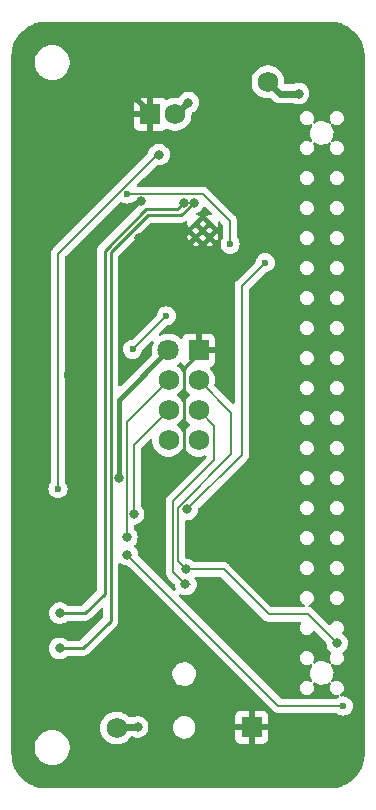
<source format=gbr>
%TF.GenerationSoftware,KiCad,Pcbnew,7.0.10*%
%TF.CreationDate,2024-01-17T09:49:44+08:00*%
%TF.ProjectId,Photon_Power_Zero_PCB_r1,50686f74-6f6e-45f5-906f-7765725f5a65,rev?*%
%TF.SameCoordinates,Original*%
%TF.FileFunction,Copper,L2,Bot*%
%TF.FilePolarity,Positive*%
%FSLAX46Y46*%
G04 Gerber Fmt 4.6, Leading zero omitted, Abs format (unit mm)*
G04 Created by KiCad (PCBNEW 7.0.10) date 2024-01-17 09:49:44*
%MOMM*%
%LPD*%
G01*
G04 APERTURE LIST*
%TA.AperFunction,SMDPad,CuDef*%
%ADD10C,1.750000*%
%TD*%
%TA.AperFunction,ComponentPad*%
%ADD11C,0.400000*%
%TD*%
%TA.AperFunction,SMDPad,CuDef*%
%ADD12R,1.800000X1.800000*%
%TD*%
%TA.AperFunction,SMDPad,CuDef*%
%ADD13C,1.800000*%
%TD*%
%TA.AperFunction,ViaPad*%
%ADD14C,0.800000*%
%TD*%
%TA.AperFunction,ViaPad*%
%ADD15C,0.600000*%
%TD*%
%TA.AperFunction,Conductor*%
%ADD16C,0.250000*%
%TD*%
%TA.AperFunction,Conductor*%
%ADD17C,0.200000*%
%TD*%
%TA.AperFunction,Conductor*%
%ADD18C,0.600000*%
%TD*%
%TA.AperFunction,Conductor*%
%ADD19C,0.500000*%
%TD*%
%TA.AperFunction,Conductor*%
%ADD20C,0.400000*%
%TD*%
G04 APERTURE END LIST*
D10*
%TO.P,,1*%
%TO.N,N/C*%
X170730000Y-109960000D03*
%TD*%
%TO.P,,1*%
%TO.N,N/C*%
X168190000Y-107420000D03*
%TD*%
%TO.P,,1*%
%TO.N,N/C*%
X168190000Y-109960000D03*
%TD*%
%TO.P,,1*%
%TO.N,VccBattery*%
X168760000Y-82370000D03*
%TD*%
%TO.P,,1*%
%TO.N,N/C*%
X168190000Y-104880000D03*
%TD*%
%TO.P,,1*%
%TO.N,N/C*%
X170730000Y-107420000D03*
%TD*%
%TO.P,,1*%
%TO.N,N/C*%
X170730000Y-104880000D03*
%TD*%
D11*
%TO.P,U3,18*%
%TO.N,GND*%
X171080000Y-92205000D03*
%TO.P,U3,19*%
X170500000Y-92785000D03*
%TO.P,U3,20*%
X170500000Y-91625000D03*
%TO.P,U3,21*%
X171660000Y-92785000D03*
%TO.P,U3,22*%
X171660000Y-91625000D03*
%TD*%
D10*
%TO.P,,1*%
%TO.N,5v2RPi*%
X176605000Y-79620000D03*
%TD*%
D12*
%TO.P,,1*%
%TO.N,GND*%
X166660000Y-82360000D03*
%TD*%
D10*
%TO.P,,1*%
%TO.N,VccSolar*%
X163790000Y-134330000D03*
%TD*%
D12*
%TO.P,REF\u002A\u002A,1*%
%TO.N,GND*%
X175220000Y-134280000D03*
%TD*%
%TO.P,REF\u002A\u002A,1*%
%TO.N,GND*%
X170730000Y-102340000D03*
%TD*%
D13*
%TO.P,REF\u002A\u002A,1*%
%TO.N,3v_to_ATtiny*%
X168180000Y-102350000D03*
%TD*%
D14*
%TO.N,*%
X170310000Y-89839500D03*
D15*
X158830000Y-114070000D03*
D14*
X182460000Y-127150000D03*
X165240000Y-116220000D03*
X167380000Y-85780000D03*
X169620000Y-122175000D03*
D15*
X164680000Y-89112500D03*
D14*
X158970000Y-127580000D03*
X164700000Y-119650000D03*
D15*
X173405122Y-93374878D03*
D14*
X169770000Y-115815000D03*
X158980000Y-124610000D03*
D15*
X176370000Y-94940000D03*
D14*
X169467973Y-89839500D03*
X164670000Y-118190000D03*
X169650000Y-120905000D03*
D15*
X182980000Y-132470000D03*
D14*
%TO.N,5v2RPi*%
X179200000Y-80610000D03*
D15*
%TO.N,GND*%
X183720000Y-122060000D03*
D14*
X165720000Y-92870000D03*
X159960000Y-113120000D03*
X165290000Y-99760000D03*
X156770000Y-119330000D03*
X171520000Y-97882000D03*
X156830000Y-122100000D03*
D15*
X178420000Y-111910000D03*
D14*
X173000000Y-97919500D03*
X167170000Y-95190000D03*
X176440000Y-88950000D03*
D15*
X183890000Y-96860000D03*
X161750000Y-87280000D03*
D14*
X165400000Y-81010000D03*
D15*
X174530000Y-94982500D03*
X159580000Y-104440000D03*
D14*
X178450000Y-94050000D03*
X173470000Y-126920000D03*
X182520000Y-76290498D03*
X177020000Y-75940000D03*
X183710000Y-86490000D03*
X175240000Y-132220000D03*
D15*
X183690000Y-104430000D03*
D14*
X168150000Y-113755000D03*
D15*
X183680000Y-116980000D03*
D14*
X165820000Y-89729500D03*
X170340000Y-86720000D03*
%TO.N,VccSolar*%
X165580000Y-134230000D03*
%TO.N,VccBattery*%
X169860000Y-81380000D03*
D15*
%TO.N,VccBQ*%
X165150000Y-102260000D03*
X167990000Y-99440000D03*
D14*
%TO.N,3v_to_ATtiny*%
X163970000Y-113140000D03*
%TD*%
D16*
%TO.N,*%
X163310000Y-94060000D02*
X163310000Y-125230000D01*
D17*
X169770000Y-115815000D02*
X174400000Y-111185000D01*
X169650000Y-120905000D02*
X169650000Y-120900000D01*
D16*
X168877473Y-90430000D02*
X166250000Y-90430000D01*
D17*
X173500000Y-107650000D02*
X170730000Y-104880000D01*
X172845000Y-120905000D02*
X169650000Y-120905000D01*
X164680000Y-89112500D02*
X164697500Y-89130000D01*
D16*
X169467973Y-89839500D02*
X168877473Y-90430000D01*
D17*
X168580000Y-121150000D02*
X168580000Y-115110000D01*
X168580000Y-115110000D02*
X172040000Y-111650000D01*
X174390000Y-96920000D02*
X176370000Y-94940000D01*
X158830000Y-94170000D02*
X158830000Y-114070000D01*
D16*
X162770000Y-93910000D02*
X162770000Y-122952500D01*
D17*
X182960000Y-132450000D02*
X182980000Y-132470000D01*
X165240000Y-110370000D02*
X168190000Y-107420000D01*
D16*
X169239500Y-90910000D02*
X166460000Y-90910000D01*
D17*
X172040000Y-111650000D02*
X172040000Y-108730000D01*
D16*
X161112500Y-124610000D02*
X158980000Y-124610000D01*
D17*
X174390000Y-111175000D02*
X174390000Y-96920000D01*
X167220000Y-85780000D02*
X158830000Y-94170000D01*
X164697500Y-89130000D02*
X171110000Y-89130000D01*
D16*
X166460000Y-90910000D02*
X163310000Y-94060000D01*
D17*
X169605000Y-122175000D02*
X168580000Y-121150000D01*
X165240000Y-116220000D02*
X165240000Y-110370000D01*
X169620000Y-122175000D02*
X169605000Y-122175000D01*
X169620000Y-122175000D02*
X169985000Y-122175000D01*
X177500000Y-132450000D02*
X182960000Y-132450000D01*
X182460000Y-127150000D02*
X180030000Y-124720000D01*
X173405122Y-91425122D02*
X173405122Y-93374878D01*
X164670000Y-118190000D02*
X164670000Y-108400000D01*
X168970000Y-115680000D02*
X173500000Y-111150000D01*
X176660000Y-124720000D02*
X172845000Y-120905000D01*
X174400000Y-111185000D02*
X174390000Y-111175000D01*
X167380000Y-85780000D02*
X167220000Y-85780000D01*
D16*
X166250000Y-90430000D02*
X162770000Y-93910000D01*
D17*
X173500000Y-111150000D02*
X173500000Y-107650000D01*
X164670000Y-108400000D02*
X168190000Y-104880000D01*
X170730000Y-107420000D02*
X172040000Y-108730000D01*
X169650000Y-120900000D02*
X168970000Y-120220000D01*
D16*
X170310000Y-89839500D02*
X169239500Y-90910000D01*
D17*
X169650000Y-120905000D02*
X169665000Y-120905000D01*
D16*
X162770000Y-122952500D02*
X161112500Y-124610000D01*
X160960000Y-127580000D02*
X158970000Y-127580000D01*
D17*
X171110000Y-89130000D02*
X173405122Y-91425122D01*
X168970000Y-120220000D02*
X168970000Y-115680000D01*
D16*
X163310000Y-125230000D02*
X160960000Y-127580000D01*
D17*
X180030000Y-124720000D02*
X176660000Y-124720000D01*
X164700000Y-119650000D02*
X177500000Y-132450000D01*
D18*
%TO.N,5v2RPi*%
X177595000Y-80610000D02*
X176605000Y-79620000D01*
X179200000Y-80610000D02*
X177595000Y-80610000D01*
D19*
%TO.N,GND*%
X175240000Y-132220000D02*
X175240000Y-134260000D01*
D16*
X170730000Y-102560000D02*
X169480000Y-103810000D01*
X170730000Y-102340000D02*
X170730000Y-102560000D01*
X170500000Y-92785000D02*
X171080000Y-92205000D01*
D17*
X166660000Y-82360000D02*
X166660000Y-82270000D01*
D16*
X171660000Y-91625000D02*
X171080000Y-92205000D01*
X169480000Y-112425000D02*
X168150000Y-113755000D01*
X169480000Y-103810000D02*
X169480000Y-112425000D01*
D19*
X175240000Y-134260000D02*
X175220000Y-134280000D01*
X166660000Y-82270000D02*
X165400000Y-81010000D01*
D16*
X171080000Y-92205000D02*
X171660000Y-92785000D01*
X171080000Y-92205000D02*
X170500000Y-91625000D01*
D18*
%TO.N,VccSolar*%
X163890000Y-134230000D02*
X163790000Y-134330000D01*
X165580000Y-134230000D02*
X163890000Y-134230000D01*
D19*
%TO.N,VccBattery*%
X169860000Y-81380000D02*
X168870000Y-82370000D01*
D17*
X168870000Y-82370000D02*
X168760000Y-82370000D01*
%TO.N,VccBQ*%
X165170000Y-102260000D02*
X165150000Y-102260000D01*
X167990000Y-99440000D02*
X165170000Y-102260000D01*
D20*
%TO.N,3v_to_ATtiny*%
X163970000Y-113140000D02*
X163970000Y-106560000D01*
X163970000Y-106560000D02*
X168180000Y-102350000D01*
%TD*%
%TA.AperFunction,Conductor*%
%TO.N,GND*%
G36*
X172608882Y-121533502D02*
G01*
X172629856Y-121550405D01*
X176195681Y-125116230D01*
X176206548Y-125128620D01*
X176220608Y-125146944D01*
X176226013Y-125153987D01*
X176254658Y-125175967D01*
X176254695Y-125175997D01*
X176351212Y-125250057D01*
X176353124Y-125251524D01*
X176501149Y-125312838D01*
X176520543Y-125315391D01*
X176620115Y-125328500D01*
X176620120Y-125328500D01*
X176660000Y-125333750D01*
X176691693Y-125329578D01*
X176708138Y-125328500D01*
X179314325Y-125328500D01*
X179382446Y-125348502D01*
X179428939Y-125402158D01*
X179439043Y-125472432D01*
X179414288Y-125531203D01*
X179388565Y-125564725D01*
X179329571Y-125707153D01*
X179309448Y-125860000D01*
X179329571Y-126012846D01*
X179388565Y-126155275D01*
X179482416Y-126277583D01*
X179604724Y-126371434D01*
X179694539Y-126408635D01*
X179747154Y-126430429D01*
X179861627Y-126445500D01*
X179861634Y-126445500D01*
X179938366Y-126445500D01*
X179938373Y-126445500D01*
X180052846Y-126430429D01*
X180142661Y-126393226D01*
X180195275Y-126371434D01*
X180317580Y-126277585D01*
X180317579Y-126277585D01*
X180317583Y-126277583D01*
X180407894Y-126159886D01*
X180465230Y-126118022D01*
X180536101Y-126113800D01*
X180596950Y-126147498D01*
X181509591Y-127060139D01*
X181543617Y-127122451D01*
X181546496Y-127149234D01*
X181546496Y-127149999D01*
X181566457Y-127339927D01*
X181582751Y-127390072D01*
X181625473Y-127521556D01*
X181625476Y-127521561D01*
X181720958Y-127686941D01*
X181720965Y-127686951D01*
X181848742Y-127828862D01*
X181848746Y-127828864D01*
X181848747Y-127828866D01*
X181913404Y-127875842D01*
X181931262Y-127888817D01*
X181974615Y-127945040D01*
X181980690Y-128015776D01*
X181957163Y-128067456D01*
X181928565Y-128104725D01*
X181869571Y-128247153D01*
X181849448Y-128400000D01*
X181869571Y-128552846D01*
X181928565Y-128695273D01*
X181931878Y-128701011D01*
X181948620Y-128770005D01*
X181925402Y-128837098D01*
X181869597Y-128880988D01*
X181798922Y-128887740D01*
X181750783Y-128867433D01*
X181653171Y-128799494D01*
X181468051Y-128720052D01*
X181468049Y-128720051D01*
X181468048Y-128720051D01*
X181270724Y-128679500D01*
X181119769Y-128679500D01*
X181119768Y-128679500D01*
X181119750Y-128679501D01*
X180969587Y-128694771D01*
X180777375Y-128755078D01*
X180601234Y-128852844D01*
X180595994Y-128856492D01*
X180594478Y-128854313D01*
X180540330Y-128878675D01*
X180470114Y-128868174D01*
X180416721Y-128821380D01*
X180397104Y-128753147D01*
X180410480Y-128703821D01*
X180408273Y-128702907D01*
X180436652Y-128634390D01*
X180470429Y-128552846D01*
X180490552Y-128400000D01*
X180470429Y-128247154D01*
X180436822Y-128166018D01*
X180411434Y-128104724D01*
X180317583Y-127982416D01*
X180195275Y-127888565D01*
X180052846Y-127829571D01*
X179938374Y-127814500D01*
X179938373Y-127814500D01*
X179861627Y-127814500D01*
X179861625Y-127814500D01*
X179747153Y-127829571D01*
X179604724Y-127888565D01*
X179482416Y-127982416D01*
X179388565Y-128104724D01*
X179329571Y-128247153D01*
X179309448Y-128400000D01*
X179329571Y-128552846D01*
X179388565Y-128695275D01*
X179482416Y-128817583D01*
X179604724Y-128911434D01*
X179694539Y-128948635D01*
X179747154Y-128970429D01*
X179861627Y-128985500D01*
X179861634Y-128985500D01*
X179938366Y-128985500D01*
X179938373Y-128985500D01*
X180052846Y-128970429D01*
X180187693Y-128914574D01*
X180195267Y-128911437D01*
X180195268Y-128911436D01*
X180195276Y-128911433D01*
X180195282Y-128911428D01*
X180199840Y-128908797D01*
X180268834Y-128892054D01*
X180335928Y-128915270D01*
X180379819Y-128971074D01*
X180386573Y-129041749D01*
X180362486Y-129095037D01*
X180325085Y-129143354D01*
X180325081Y-129143361D01*
X180236367Y-129324217D01*
X180236366Y-129324220D01*
X180185872Y-129519241D01*
X180185872Y-129519244D01*
X180175669Y-129720427D01*
X180206174Y-129919548D01*
X180206176Y-129919556D01*
X180244143Y-130022069D01*
X180276139Y-130108460D01*
X180366611Y-130253610D01*
X180385669Y-130322001D01*
X180364727Y-130389839D01*
X180310433Y-130435585D01*
X180240026Y-130444717D01*
X180202959Y-130431599D01*
X180202907Y-130431727D01*
X180200477Y-130430720D01*
X180196675Y-130429375D01*
X180195269Y-130428563D01*
X180052846Y-130369571D01*
X179938374Y-130354500D01*
X179938373Y-130354500D01*
X179861627Y-130354500D01*
X179861625Y-130354500D01*
X179747153Y-130369571D01*
X179604724Y-130428565D01*
X179482416Y-130522416D01*
X179388565Y-130644724D01*
X179329571Y-130787153D01*
X179309448Y-130940000D01*
X179329571Y-131092846D01*
X179388565Y-131235275D01*
X179482416Y-131357583D01*
X179604724Y-131451434D01*
X179694539Y-131488635D01*
X179747154Y-131510429D01*
X179861627Y-131525500D01*
X179861634Y-131525500D01*
X179938366Y-131525500D01*
X179938373Y-131525500D01*
X180052846Y-131510429D01*
X180142661Y-131473226D01*
X180195275Y-131451434D01*
X180317583Y-131357583D01*
X180411434Y-131235275D01*
X180433226Y-131182661D01*
X180470429Y-131092846D01*
X180490552Y-130940000D01*
X180470429Y-130787154D01*
X180443263Y-130721569D01*
X180411437Y-130644732D01*
X180411434Y-130644727D01*
X180411433Y-130644724D01*
X180411430Y-130644720D01*
X180408122Y-130638991D01*
X180391379Y-130569997D01*
X180414595Y-130502903D01*
X180470399Y-130459012D01*
X180541074Y-130452258D01*
X180589216Y-130472567D01*
X180686824Y-130540503D01*
X180686825Y-130540503D01*
X180686829Y-130540506D01*
X180871952Y-130619949D01*
X181069276Y-130660500D01*
X181069278Y-130660500D01*
X181220230Y-130660500D01*
X181220231Y-130660500D01*
X181370414Y-130645228D01*
X181562624Y-130584922D01*
X181738759Y-130487159D01*
X181738761Y-130487157D01*
X181738765Y-130487155D01*
X181744006Y-130483508D01*
X181745537Y-130485708D01*
X181799523Y-130461345D01*
X181869751Y-130471763D01*
X181923198Y-130518495D01*
X181942896Y-130586704D01*
X181929520Y-130636179D01*
X181931727Y-130637093D01*
X181869571Y-130787153D01*
X181849448Y-130940000D01*
X181869571Y-131092846D01*
X181928565Y-131235275D01*
X182022416Y-131357583D01*
X182144724Y-131451434D01*
X182234539Y-131488635D01*
X182287154Y-131510429D01*
X182401627Y-131525500D01*
X182401634Y-131525500D01*
X182478366Y-131525500D01*
X182478373Y-131525500D01*
X182520195Y-131519993D01*
X182590339Y-131530931D01*
X182643439Y-131578058D01*
X182662630Y-131646412D01*
X182641820Y-131714290D01*
X182603676Y-131751602D01*
X182491342Y-131822187D01*
X182424305Y-131841500D01*
X177804239Y-131841500D01*
X177736118Y-131821498D01*
X177715144Y-131804595D01*
X169127387Y-123216838D01*
X169093361Y-123154526D01*
X169098426Y-123083711D01*
X169140973Y-123026875D01*
X169207493Y-123002064D01*
X169267728Y-123012635D01*
X169337712Y-123043794D01*
X169524513Y-123083500D01*
X169715487Y-123083500D01*
X169902288Y-123043794D01*
X170076752Y-122966118D01*
X170231253Y-122853866D01*
X170231255Y-122853864D01*
X170359036Y-122711949D01*
X170359037Y-122711946D01*
X170359040Y-122711944D01*
X170412818Y-122618794D01*
X170421973Y-122605095D01*
X170516521Y-122481881D01*
X170516521Y-122481878D01*
X170516524Y-122481876D01*
X170577838Y-122333850D01*
X170598751Y-122175000D01*
X170577838Y-122016150D01*
X170516524Y-121868125D01*
X170421964Y-121744893D01*
X170412816Y-121731200D01*
X170396245Y-121702496D01*
X170379509Y-121633501D01*
X170402732Y-121566409D01*
X170458540Y-121522524D01*
X170505366Y-121513500D01*
X172540761Y-121513500D01*
X172608882Y-121533502D01*
G37*
%TD.AperFunction*%
%TA.AperFunction,Conductor*%
G36*
X166720384Y-109854329D02*
G01*
X166777220Y-109896876D01*
X166801922Y-109961980D01*
X166820693Y-110188504D01*
X166876975Y-110410757D01*
X166876978Y-110410764D01*
X166969073Y-110620720D01*
X166969075Y-110620724D01*
X166969078Y-110620730D01*
X167094482Y-110812676D01*
X167249769Y-110981363D01*
X167430704Y-111122190D01*
X167632350Y-111231315D01*
X167632351Y-111231315D01*
X167632352Y-111231316D01*
X167746208Y-111270402D01*
X167849207Y-111305762D01*
X168075360Y-111343500D01*
X168075364Y-111343500D01*
X168304636Y-111343500D01*
X168304640Y-111343500D01*
X168530793Y-111305762D01*
X168747650Y-111231315D01*
X168949296Y-111122190D01*
X169130231Y-110981363D01*
X169285518Y-110812676D01*
X169354519Y-110707061D01*
X169408520Y-110660976D01*
X169478868Y-110651400D01*
X169543225Y-110681377D01*
X169565478Y-110707057D01*
X169634482Y-110812676D01*
X169789769Y-110981363D01*
X169970704Y-111122190D01*
X170172350Y-111231315D01*
X170172351Y-111231315D01*
X170172352Y-111231316D01*
X170286208Y-111270402D01*
X170389207Y-111305762D01*
X170615360Y-111343500D01*
X170615364Y-111343500D01*
X170844636Y-111343500D01*
X170844640Y-111343500D01*
X171070793Y-111305762D01*
X171245334Y-111245841D01*
X171316257Y-111242642D01*
X171377653Y-111278294D01*
X171410027Y-111341479D01*
X171403102Y-111412137D01*
X171375340Y-111454110D01*
X168183767Y-114645682D01*
X168171380Y-114656547D01*
X168146011Y-114676014D01*
X168120370Y-114709428D01*
X168120229Y-114709614D01*
X168048474Y-114803126D01*
X167989211Y-114946203D01*
X167989210Y-114946205D01*
X167987162Y-114951148D01*
X167987161Y-114951150D01*
X167977716Y-115022893D01*
X167971500Y-115070115D01*
X167971500Y-115070120D01*
X167966250Y-115110000D01*
X167968826Y-115129571D01*
X167970422Y-115141690D01*
X167971500Y-115158136D01*
X167971500Y-121101863D01*
X167970422Y-121118309D01*
X167966250Y-121149999D01*
X167966250Y-121150003D01*
X167970959Y-121185776D01*
X167970961Y-121185795D01*
X167984607Y-121289451D01*
X167987162Y-121308851D01*
X168048475Y-121456874D01*
X168048480Y-121456882D01*
X168121524Y-121552074D01*
X168121525Y-121552074D01*
X168146014Y-121583988D01*
X168171378Y-121603451D01*
X168183769Y-121614318D01*
X168670487Y-122101036D01*
X168704513Y-122163348D01*
X168706702Y-122176961D01*
X168726457Y-122364927D01*
X168781338Y-122533829D01*
X168783366Y-122604797D01*
X168746703Y-122665595D01*
X168682991Y-122696920D01*
X168612458Y-122688828D01*
X168572410Y-122661861D01*
X165650409Y-119739860D01*
X165616383Y-119677548D01*
X165613504Y-119650765D01*
X165613504Y-119650001D01*
X165593542Y-119460072D01*
X165534527Y-119278444D01*
X165439040Y-119113056D01*
X165439038Y-119113054D01*
X165439034Y-119113048D01*
X165326125Y-118987650D01*
X165295407Y-118923643D01*
X165304172Y-118853189D01*
X165326121Y-118819034D01*
X165409040Y-118726944D01*
X165504527Y-118561556D01*
X165563542Y-118379928D01*
X165583504Y-118190000D01*
X165563542Y-118000072D01*
X165504527Y-117818444D01*
X165409040Y-117653056D01*
X165310863Y-117544019D01*
X165280146Y-117480012D01*
X165278500Y-117459709D01*
X165278500Y-117242646D01*
X165298502Y-117174525D01*
X165352158Y-117128032D01*
X165378301Y-117119399D01*
X165522288Y-117088794D01*
X165696752Y-117011118D01*
X165851253Y-116898866D01*
X165851255Y-116898864D01*
X165979034Y-116756951D01*
X165979035Y-116756949D01*
X165979040Y-116756944D01*
X166074527Y-116591556D01*
X166133542Y-116409928D01*
X166153504Y-116220000D01*
X166133542Y-116030072D01*
X166074527Y-115848444D01*
X165979040Y-115683056D01*
X165880863Y-115574019D01*
X165850146Y-115510012D01*
X165848500Y-115489709D01*
X165848500Y-110674238D01*
X165868502Y-110606117D01*
X165885395Y-110585153D01*
X166587260Y-109883287D01*
X166649569Y-109849265D01*
X166720384Y-109854329D01*
G37*
%TD.AperFunction*%
%TA.AperFunction,Conductor*%
G36*
X169543225Y-108141377D02*
G01*
X169565478Y-108167057D01*
X169634482Y-108272676D01*
X169789769Y-108441363D01*
X169970704Y-108582190D01*
X169970706Y-108582191D01*
X169970710Y-108582194D01*
X169974265Y-108584517D01*
X170020354Y-108638521D01*
X170029929Y-108708868D01*
X169999952Y-108773226D01*
X169974265Y-108795483D01*
X169970710Y-108797805D01*
X169789766Y-108938639D01*
X169634481Y-109107324D01*
X169565483Y-109212935D01*
X169511479Y-109259023D01*
X169441131Y-109268598D01*
X169376774Y-109238621D01*
X169354517Y-109212935D01*
X169285518Y-109107324D01*
X169130233Y-108938639D01*
X169130232Y-108938638D01*
X169130231Y-108938637D01*
X168949296Y-108797810D01*
X168949294Y-108797808D01*
X168949289Y-108797805D01*
X168945735Y-108795483D01*
X168899646Y-108741479D01*
X168890071Y-108671132D01*
X168920048Y-108606774D01*
X168945735Y-108584517D01*
X168949289Y-108582194D01*
X168949289Y-108582193D01*
X168949296Y-108582190D01*
X169130231Y-108441363D01*
X169285518Y-108272676D01*
X169354519Y-108167061D01*
X169408520Y-108120976D01*
X169478868Y-108111400D01*
X169543225Y-108141377D01*
G37*
%TD.AperFunction*%
%TA.AperFunction,Conductor*%
G36*
X169543225Y-105601377D02*
G01*
X169565478Y-105627057D01*
X169634482Y-105732676D01*
X169789769Y-105901363D01*
X169970704Y-106042190D01*
X169970706Y-106042191D01*
X169970710Y-106042194D01*
X169974265Y-106044517D01*
X170020354Y-106098521D01*
X170029929Y-106168868D01*
X169999952Y-106233226D01*
X169974265Y-106255483D01*
X169970710Y-106257805D01*
X169789766Y-106398639D01*
X169634481Y-106567324D01*
X169565483Y-106672935D01*
X169511479Y-106719023D01*
X169441131Y-106728598D01*
X169376774Y-106698621D01*
X169354517Y-106672935D01*
X169285518Y-106567324D01*
X169130233Y-106398639D01*
X169130232Y-106398638D01*
X169130231Y-106398637D01*
X168949296Y-106257810D01*
X168949294Y-106257808D01*
X168949289Y-106257805D01*
X168945735Y-106255483D01*
X168899646Y-106201479D01*
X168890071Y-106131132D01*
X168920048Y-106066774D01*
X168945735Y-106044517D01*
X168949289Y-106042194D01*
X168949289Y-106042193D01*
X168949296Y-106042190D01*
X169130231Y-105901363D01*
X169285518Y-105732676D01*
X169354519Y-105627061D01*
X169408520Y-105580976D01*
X169478868Y-105571400D01*
X169543225Y-105601377D01*
G37*
%TD.AperFunction*%
%TA.AperFunction,Conductor*%
G36*
X169276946Y-103346779D02*
G01*
X169335494Y-103386938D01*
X169355892Y-103422523D01*
X169379553Y-103485961D01*
X169379555Y-103485965D01*
X169467095Y-103602904D01*
X169584033Y-103690443D01*
X169676833Y-103725056D01*
X169733668Y-103767603D01*
X169758479Y-103834123D01*
X169743387Y-103903498D01*
X169725502Y-103928449D01*
X169634481Y-104027324D01*
X169565483Y-104132935D01*
X169511479Y-104179023D01*
X169441131Y-104188598D01*
X169376774Y-104158621D01*
X169354517Y-104132935D01*
X169285518Y-104027324D01*
X169130233Y-103858639D01*
X169130232Y-103858638D01*
X169130231Y-103858637D01*
X168960305Y-103726378D01*
X168918835Y-103668755D01*
X168915101Y-103597856D01*
X168950291Y-103536194D01*
X168960298Y-103527522D01*
X169137220Y-103389818D01*
X169145131Y-103381223D01*
X169205982Y-103344649D01*
X169276946Y-103346779D01*
G37*
%TD.AperFunction*%
%TA.AperFunction,Conductor*%
G36*
X181843301Y-74520673D02*
G01*
X182142752Y-74536366D01*
X182155868Y-74537744D01*
X182448793Y-74584139D01*
X182461693Y-74586881D01*
X182748162Y-74663640D01*
X182760703Y-74667715D01*
X183037576Y-74773997D01*
X183049608Y-74779353D01*
X183313873Y-74914003D01*
X183325289Y-74920595D01*
X183574017Y-75082121D01*
X183584686Y-75089873D01*
X183815160Y-75276507D01*
X183824961Y-75285332D01*
X184034667Y-75495038D01*
X184043492Y-75504839D01*
X184230126Y-75735313D01*
X184237878Y-75745982D01*
X184399404Y-75994710D01*
X184405999Y-76006132D01*
X184540642Y-76270383D01*
X184546006Y-76282432D01*
X184652283Y-76559294D01*
X184656359Y-76571837D01*
X184733118Y-76858306D01*
X184735860Y-76871206D01*
X184782255Y-77164131D01*
X184783633Y-77177247D01*
X184799327Y-77476697D01*
X184799500Y-77483292D01*
X184799500Y-136476707D01*
X184799327Y-136483302D01*
X184783633Y-136782752D01*
X184782255Y-136795868D01*
X184735860Y-137088793D01*
X184733118Y-137101693D01*
X184656359Y-137388162D01*
X184652283Y-137400705D01*
X184546006Y-137677567D01*
X184540642Y-137689616D01*
X184405999Y-137953867D01*
X184399404Y-137965289D01*
X184237878Y-138214017D01*
X184230126Y-138224686D01*
X184043492Y-138455160D01*
X184034667Y-138464961D01*
X183824961Y-138674667D01*
X183815160Y-138683492D01*
X183584686Y-138870126D01*
X183574017Y-138877878D01*
X183325289Y-139039404D01*
X183313867Y-139045999D01*
X183049616Y-139180642D01*
X183037567Y-139186006D01*
X182760705Y-139292283D01*
X182748162Y-139296359D01*
X182461693Y-139373118D01*
X182448793Y-139375860D01*
X182155868Y-139422255D01*
X182142752Y-139423633D01*
X181858048Y-139438554D01*
X181843300Y-139439327D01*
X181836707Y-139439500D01*
X157843293Y-139439500D01*
X157836699Y-139439327D01*
X157821068Y-139438507D01*
X157537247Y-139423633D01*
X157524131Y-139422255D01*
X157231206Y-139375860D01*
X157218306Y-139373118D01*
X156931837Y-139296359D01*
X156919294Y-139292283D01*
X156642432Y-139186006D01*
X156630383Y-139180642D01*
X156366132Y-139045999D01*
X156354710Y-139039404D01*
X156105982Y-138877878D01*
X156095313Y-138870126D01*
X155864839Y-138683492D01*
X155855038Y-138674667D01*
X155645332Y-138464961D01*
X155636507Y-138455160D01*
X155449873Y-138224686D01*
X155442121Y-138214017D01*
X155280595Y-137965289D01*
X155274000Y-137953867D01*
X155139353Y-137689608D01*
X155133997Y-137677576D01*
X155027715Y-137400703D01*
X155023640Y-137388162D01*
X155021542Y-137380334D01*
X154946881Y-137101693D01*
X154944139Y-137088793D01*
X154897744Y-136795868D01*
X154896366Y-136782751D01*
X154880673Y-136483301D01*
X154880500Y-136476707D01*
X154880500Y-136102263D01*
X156864500Y-136102263D01*
X156889677Y-136253142D01*
X156904747Y-136343452D01*
X156904749Y-136343459D01*
X156984143Y-136574730D01*
X156984144Y-136574732D01*
X157100526Y-136789787D01*
X157100527Y-136789788D01*
X157250724Y-136982760D01*
X157430622Y-137148368D01*
X157509602Y-137199967D01*
X157635333Y-137282111D01*
X157859264Y-137380336D01*
X157859265Y-137380336D01*
X157859267Y-137380337D01*
X158096300Y-137440362D01*
X158096308Y-137440364D01*
X158278971Y-137455500D01*
X158278977Y-137455500D01*
X158401023Y-137455500D01*
X158401029Y-137455500D01*
X158583692Y-137440364D01*
X158820736Y-137380336D01*
X159044667Y-137282111D01*
X159249377Y-137148368D01*
X159307008Y-137095315D01*
X159429275Y-136982760D01*
X159429276Y-136982758D01*
X159429281Y-136982754D01*
X159579473Y-136789788D01*
X159695855Y-136574733D01*
X159775252Y-136343455D01*
X159815500Y-136102263D01*
X159815500Y-135857737D01*
X159775252Y-135616545D01*
X159732561Y-135492189D01*
X159695856Y-135385269D01*
X159695855Y-135385267D01*
X159579473Y-135170212D01*
X159579472Y-135170211D01*
X159443036Y-134994919D01*
X159429281Y-134977246D01*
X159429279Y-134977244D01*
X159429275Y-134977239D01*
X159249377Y-134811631D01*
X159128487Y-134732651D01*
X159044667Y-134677889D01*
X159044661Y-134677886D01*
X159044657Y-134677884D01*
X158820739Y-134579665D01*
X158820732Y-134579662D01*
X158583699Y-134519637D01*
X158583694Y-134519636D01*
X158583692Y-134519636D01*
X158461056Y-134509474D01*
X158401032Y-134504500D01*
X158401029Y-134504500D01*
X158278971Y-134504500D01*
X158278967Y-134504500D01*
X158188404Y-134512004D01*
X158096308Y-134519636D01*
X158096306Y-134519636D01*
X158096300Y-134519637D01*
X157859267Y-134579662D01*
X157859260Y-134579665D01*
X157635342Y-134677884D01*
X157635330Y-134677891D01*
X157430622Y-134811631D01*
X157250724Y-134977239D01*
X157100527Y-135170211D01*
X157100526Y-135170212D01*
X156984144Y-135385267D01*
X156984143Y-135385269D01*
X156904749Y-135616540D01*
X156904747Y-135616547D01*
X156894866Y-135675762D01*
X156864500Y-135857737D01*
X156864500Y-136102263D01*
X154880500Y-136102263D01*
X154880500Y-134330000D01*
X162401758Y-134330000D01*
X162408774Y-134414674D01*
X162420693Y-134558504D01*
X162476975Y-134780757D01*
X162476978Y-134780764D01*
X162569073Y-134990720D01*
X162569075Y-134990724D01*
X162569078Y-134990730D01*
X162610517Y-135054157D01*
X162693770Y-135181587D01*
X162694482Y-135182676D01*
X162849769Y-135351363D01*
X163030704Y-135492190D01*
X163232350Y-135601315D01*
X163232351Y-135601315D01*
X163232352Y-135601316D01*
X163276719Y-135616547D01*
X163449207Y-135675762D01*
X163675360Y-135713500D01*
X163675364Y-135713500D01*
X163904636Y-135713500D01*
X163904640Y-135713500D01*
X164130793Y-135675762D01*
X164347650Y-135601315D01*
X164549296Y-135492190D01*
X164730231Y-135351363D01*
X164885518Y-135182676D01*
X164942417Y-135095585D01*
X164996420Y-135049497D01*
X165047900Y-135038500D01*
X165135506Y-135038500D01*
X165186755Y-135049393D01*
X165297712Y-135098794D01*
X165484513Y-135138500D01*
X165675487Y-135138500D01*
X165862288Y-135098794D01*
X166036752Y-135021118D01*
X166191253Y-134908866D01*
X166278804Y-134811631D01*
X166319034Y-134766951D01*
X166319035Y-134766949D01*
X166319040Y-134766944D01*
X166414527Y-134601556D01*
X166473542Y-134419928D01*
X166484214Y-134318390D01*
X168565823Y-134318390D01*
X168581379Y-134419928D01*
X168595097Y-134509474D01*
X168657472Y-134677891D01*
X168662237Y-134690755D01*
X168718335Y-134780757D01*
X168764491Y-134854807D01*
X168897677Y-134994919D01*
X168897680Y-134994921D01*
X169056340Y-135105352D01*
X169056341Y-135105352D01*
X169056342Y-135105353D01*
X169233988Y-135181587D01*
X169423344Y-135220500D01*
X169423345Y-135220500D01*
X169568205Y-135220500D01*
X169568206Y-135220500D01*
X169712321Y-135205845D01*
X169896768Y-135147974D01*
X170065791Y-135054159D01*
X170065792Y-135054158D01*
X170065794Y-135054157D01*
X170119048Y-135008438D01*
X170212468Y-134928240D01*
X170330796Y-134775373D01*
X170415930Y-134601816D01*
X170433489Y-134534000D01*
X173812000Y-134534000D01*
X173812000Y-135228597D01*
X173818505Y-135289093D01*
X173869555Y-135425964D01*
X173869555Y-135425965D01*
X173957095Y-135542904D01*
X174074034Y-135630444D01*
X174210906Y-135681494D01*
X174271402Y-135687999D01*
X174271415Y-135688000D01*
X174966000Y-135688000D01*
X174966000Y-134534000D01*
X175474000Y-134534000D01*
X175474000Y-135688000D01*
X176168585Y-135688000D01*
X176168597Y-135687999D01*
X176229093Y-135681494D01*
X176365964Y-135630444D01*
X176365965Y-135630444D01*
X176482904Y-135542904D01*
X176570444Y-135425965D01*
X176570444Y-135425964D01*
X176621494Y-135289093D01*
X176627999Y-135228597D01*
X176628000Y-135228585D01*
X176628000Y-134534000D01*
X175474000Y-134534000D01*
X174966000Y-134534000D01*
X173812000Y-134534000D01*
X170433489Y-134534000D01*
X170464385Y-134414674D01*
X170464385Y-134414667D01*
X170464386Y-134414665D01*
X170473340Y-134238083D01*
X170474176Y-134221610D01*
X170444903Y-134030526D01*
X170443227Y-134026000D01*
X173812000Y-134026000D01*
X174966000Y-134026000D01*
X174966000Y-132872000D01*
X175474000Y-132872000D01*
X175474000Y-134026000D01*
X176628000Y-134026000D01*
X176628000Y-133331414D01*
X176627999Y-133331402D01*
X176621494Y-133270906D01*
X176570444Y-133134035D01*
X176570444Y-133134034D01*
X176482904Y-133017095D01*
X176365965Y-132929555D01*
X176229093Y-132878505D01*
X176168597Y-132872000D01*
X175474000Y-132872000D01*
X174966000Y-132872000D01*
X174271402Y-132872000D01*
X174210906Y-132878505D01*
X174074035Y-132929555D01*
X174074034Y-132929555D01*
X173957095Y-133017095D01*
X173869555Y-133134034D01*
X173869555Y-133134035D01*
X173818505Y-133270906D01*
X173812000Y-133331402D01*
X173812000Y-134026000D01*
X170443227Y-134026000D01*
X170377764Y-133849247D01*
X170275509Y-133685193D01*
X170142323Y-133545081D01*
X170142319Y-133545078D01*
X169983659Y-133434647D01*
X169806010Y-133358412D01*
X169665632Y-133329564D01*
X169616656Y-133319500D01*
X169471794Y-133319500D01*
X169471793Y-133319500D01*
X169471775Y-133319501D01*
X169327683Y-133334154D01*
X169327680Y-133334154D01*
X169327679Y-133334155D01*
X169277709Y-133349833D01*
X169143233Y-133392025D01*
X168974205Y-133485842D01*
X168827538Y-133611754D01*
X168827536Y-133611756D01*
X168827532Y-133611760D01*
X168764603Y-133693058D01*
X168709201Y-133764631D01*
X168624071Y-133938182D01*
X168624069Y-133938186D01*
X168575614Y-134125330D01*
X168575613Y-134125334D01*
X168565823Y-134318390D01*
X166484214Y-134318390D01*
X166493504Y-134230000D01*
X166473542Y-134040072D01*
X166414527Y-133858444D01*
X166319040Y-133693056D01*
X166319038Y-133693054D01*
X166319034Y-133693048D01*
X166191255Y-133551135D01*
X166036752Y-133438882D01*
X165862288Y-133361206D01*
X165675487Y-133321500D01*
X165484513Y-133321500D01*
X165297711Y-133361206D01*
X165186755Y-133410607D01*
X165135506Y-133421500D01*
X164889397Y-133421500D01*
X164821276Y-133401498D01*
X164796696Y-133380837D01*
X164730236Y-133308642D01*
X164730234Y-133308640D01*
X164730231Y-133308637D01*
X164549296Y-133167810D01*
X164549295Y-133167809D01*
X164435286Y-133106111D01*
X164347650Y-133058685D01*
X164347648Y-133058684D01*
X164347647Y-133058683D01*
X164130797Y-132984239D01*
X164130788Y-132984237D01*
X164085821Y-132976733D01*
X163904640Y-132946500D01*
X163675360Y-132946500D01*
X163524412Y-132971688D01*
X163449211Y-132984237D01*
X163449202Y-132984239D01*
X163232352Y-133058683D01*
X163232350Y-133058685D01*
X163030704Y-133167809D01*
X163030703Y-133167810D01*
X162849766Y-133308639D01*
X162694479Y-133477327D01*
X162569080Y-133669267D01*
X162569073Y-133669279D01*
X162476978Y-133879235D01*
X162476975Y-133879242D01*
X162420693Y-134101495D01*
X162420692Y-134101501D01*
X162420692Y-134101503D01*
X162401758Y-134330000D01*
X154880500Y-134330000D01*
X154880500Y-129820935D01*
X168515630Y-129820935D01*
X168530739Y-129919556D01*
X168546444Y-130022071D01*
X168574712Y-130098397D01*
X168617111Y-130212881D01*
X168617115Y-130212889D01*
X168724744Y-130385566D01*
X168724754Y-130385579D01*
X168864936Y-130533048D01*
X168864941Y-130533053D01*
X168864944Y-130533055D01*
X169031952Y-130649296D01*
X169031953Y-130649297D01*
X169218938Y-130729539D01*
X169218941Y-130729539D01*
X169218942Y-130729540D01*
X169418259Y-130770500D01*
X169418260Y-130770500D01*
X169570741Y-130770500D01*
X169570742Y-130770500D01*
X169570743Y-130770499D01*
X169570760Y-130770499D01*
X169664833Y-130760931D01*
X169722438Y-130755074D01*
X169916588Y-130694159D01*
X170094502Y-130595409D01*
X170094503Y-130595408D01*
X170094505Y-130595407D01*
X170248890Y-130462870D01*
X170248895Y-130462866D01*
X170373448Y-130301958D01*
X170463060Y-130119271D01*
X170514063Y-129922285D01*
X170524369Y-129719064D01*
X170493556Y-129517929D01*
X170422886Y-129327113D01*
X170363319Y-129231546D01*
X170315255Y-129154433D01*
X170315245Y-129154420D01*
X170175063Y-129006951D01*
X170175061Y-129006949D01*
X170175059Y-129006947D01*
X170175055Y-129006944D01*
X170008047Y-128890703D01*
X170008046Y-128890702D01*
X169821061Y-128810460D01*
X169671570Y-128779740D01*
X169621741Y-128769500D01*
X169469258Y-128769500D01*
X169469239Y-128769500D01*
X169317566Y-128784925D01*
X169317563Y-128784925D01*
X169317562Y-128784926D01*
X169264965Y-128801428D01*
X169123413Y-128845840D01*
X168945494Y-128944592D01*
X168791109Y-129077129D01*
X168791102Y-129077136D01*
X168666555Y-129238036D01*
X168666550Y-129238044D01*
X168576941Y-129420723D01*
X168525936Y-129617719D01*
X168525936Y-129617722D01*
X168515630Y-129820935D01*
X154880500Y-129820935D01*
X154880500Y-114070000D01*
X158016384Y-114070000D01*
X158036783Y-114251047D01*
X158036783Y-114251049D01*
X158036784Y-114251050D01*
X158096957Y-114423015D01*
X158096958Y-114423018D01*
X158193887Y-114577279D01*
X158193888Y-114577281D01*
X158322718Y-114706111D01*
X158322720Y-114706112D01*
X158476981Y-114803041D01*
X158476982Y-114803041D01*
X158476985Y-114803043D01*
X158648953Y-114863217D01*
X158830000Y-114883616D01*
X159011047Y-114863217D01*
X159183015Y-114803043D01*
X159337281Y-114706111D01*
X159466111Y-114577281D01*
X159563043Y-114423015D01*
X159623217Y-114251047D01*
X159643616Y-114070000D01*
X159623217Y-113888953D01*
X159563043Y-113716985D01*
X159563041Y-113716982D01*
X159563041Y-113716981D01*
X159466116Y-113562725D01*
X159465992Y-113562570D01*
X159465943Y-113562450D01*
X159462347Y-113556727D01*
X159463349Y-113556097D01*
X159439155Y-113496841D01*
X159438500Y-113484006D01*
X159438500Y-94474238D01*
X159458502Y-94406117D01*
X159475400Y-94385148D01*
X164064341Y-89796206D01*
X164126651Y-89762182D01*
X164197466Y-89767247D01*
X164220470Y-89778616D01*
X164326981Y-89845541D01*
X164326982Y-89845541D01*
X164326985Y-89845543D01*
X164498953Y-89905717D01*
X164680000Y-89926116D01*
X164861047Y-89905717D01*
X165033015Y-89845543D01*
X165093172Y-89807744D01*
X165172638Y-89757813D01*
X165239674Y-89738500D01*
X165736206Y-89738500D01*
X165804327Y-89758502D01*
X165850820Y-89812158D01*
X165860924Y-89882432D01*
X165831430Y-89947012D01*
X165818480Y-89958897D01*
X165818672Y-89959101D01*
X165812895Y-89964525D01*
X165784711Y-89998593D01*
X165776723Y-90007370D01*
X162381336Y-93402757D01*
X162368901Y-93412721D01*
X162369089Y-93412948D01*
X162362979Y-93418002D01*
X162316370Y-93467635D01*
X162313620Y-93470473D01*
X162293863Y-93490231D01*
X162291374Y-93493439D01*
X162283688Y-93502436D01*
X162253418Y-93534673D01*
X162253411Y-93534683D01*
X162243651Y-93552435D01*
X162232803Y-93568950D01*
X162220386Y-93584958D01*
X162202824Y-93625540D01*
X162197604Y-93636195D01*
X162176305Y-93674939D01*
X162176303Y-93674944D01*
X162171267Y-93694559D01*
X162164864Y-93713262D01*
X162156819Y-93731852D01*
X162149901Y-93775525D01*
X162147495Y-93787142D01*
X162136500Y-93829968D01*
X162136500Y-93850223D01*
X162134949Y-93869933D01*
X162131780Y-93889942D01*
X162135941Y-93933961D01*
X162136500Y-93945819D01*
X162136500Y-122637905D01*
X162116498Y-122706026D01*
X162099595Y-122727000D01*
X160887000Y-123939595D01*
X160824688Y-123973621D01*
X160797905Y-123976500D01*
X159688200Y-123976500D01*
X159620079Y-123956498D01*
X159594563Y-123934810D01*
X159591252Y-123931133D01*
X159436752Y-123818882D01*
X159262288Y-123741206D01*
X159075487Y-123701500D01*
X158884513Y-123701500D01*
X158697711Y-123741206D01*
X158523247Y-123818882D01*
X158368744Y-123931135D01*
X158240965Y-124073048D01*
X158240958Y-124073058D01*
X158145476Y-124238438D01*
X158145473Y-124238444D01*
X158130999Y-124282986D01*
X158086457Y-124420072D01*
X158066496Y-124610000D01*
X158086457Y-124799927D01*
X158116526Y-124892470D01*
X158145473Y-124981556D01*
X158145476Y-124981561D01*
X158240958Y-125146941D01*
X158240965Y-125146951D01*
X158368744Y-125288864D01*
X158397878Y-125310031D01*
X158523248Y-125401118D01*
X158697712Y-125478794D01*
X158884513Y-125518500D01*
X159075487Y-125518500D01*
X159262288Y-125478794D01*
X159436752Y-125401118D01*
X159591253Y-125288866D01*
X159594563Y-125285190D01*
X159655009Y-125247950D01*
X159688200Y-125243500D01*
X161028647Y-125243500D01*
X161044488Y-125245249D01*
X161044516Y-125244956D01*
X161052402Y-125245700D01*
X161052409Y-125245702D01*
X161120486Y-125243562D01*
X161124445Y-125243500D01*
X161152351Y-125243500D01*
X161152356Y-125243500D01*
X161156367Y-125242992D01*
X161168199Y-125242061D01*
X161212389Y-125240673D01*
X161231847Y-125235019D01*
X161251194Y-125231013D01*
X161271297Y-125228474D01*
X161312410Y-125212195D01*
X161323630Y-125208353D01*
X161348413Y-125201154D01*
X161366091Y-125196019D01*
X161366095Y-125196017D01*
X161383526Y-125185708D01*
X161401280Y-125177009D01*
X161420117Y-125169552D01*
X161455892Y-125143558D01*
X161465798Y-125137051D01*
X161503862Y-125114542D01*
X161518185Y-125100218D01*
X161533224Y-125087374D01*
X161549607Y-125075472D01*
X161577803Y-125041386D01*
X161585762Y-125032640D01*
X162461408Y-124156994D01*
X162523717Y-124122972D01*
X162594533Y-124128037D01*
X162651368Y-124170584D01*
X162676179Y-124237104D01*
X162676500Y-124246093D01*
X162676500Y-124915405D01*
X162656498Y-124983526D01*
X162639595Y-125004500D01*
X160734500Y-126909595D01*
X160672188Y-126943621D01*
X160645405Y-126946500D01*
X159678200Y-126946500D01*
X159610079Y-126926498D01*
X159584563Y-126904810D01*
X159581252Y-126901133D01*
X159426752Y-126788882D01*
X159252288Y-126711206D01*
X159065487Y-126671500D01*
X158874513Y-126671500D01*
X158687711Y-126711206D01*
X158513247Y-126788882D01*
X158358744Y-126901135D01*
X158230965Y-127043048D01*
X158230958Y-127043058D01*
X158135476Y-127208438D01*
X158135473Y-127208445D01*
X158076457Y-127390072D01*
X158056496Y-127580000D01*
X158076457Y-127769927D01*
X158095608Y-127828866D01*
X158135473Y-127951556D01*
X158135476Y-127951561D01*
X158230958Y-128116941D01*
X158230965Y-128116951D01*
X158358744Y-128258864D01*
X158358747Y-128258866D01*
X158513248Y-128371118D01*
X158687712Y-128448794D01*
X158874513Y-128488500D01*
X159065487Y-128488500D01*
X159252288Y-128448794D01*
X159426752Y-128371118D01*
X159581253Y-128258866D01*
X159584563Y-128255190D01*
X159645009Y-128217950D01*
X159678200Y-128213500D01*
X160876147Y-128213500D01*
X160891988Y-128215249D01*
X160892016Y-128214956D01*
X160899902Y-128215700D01*
X160899909Y-128215702D01*
X160967986Y-128213562D01*
X160971945Y-128213500D01*
X160999851Y-128213500D01*
X160999856Y-128213500D01*
X161003867Y-128212992D01*
X161015699Y-128212061D01*
X161059889Y-128210673D01*
X161079347Y-128205019D01*
X161098694Y-128201013D01*
X161118797Y-128198474D01*
X161159910Y-128182195D01*
X161171130Y-128178353D01*
X161195913Y-128171154D01*
X161213591Y-128166019D01*
X161213595Y-128166017D01*
X161231026Y-128155708D01*
X161248780Y-128147009D01*
X161267617Y-128139552D01*
X161303392Y-128113558D01*
X161313298Y-128107051D01*
X161351362Y-128084542D01*
X161365685Y-128070218D01*
X161380724Y-128057374D01*
X161397107Y-128045472D01*
X161425303Y-128011386D01*
X161433272Y-128002630D01*
X163698660Y-125737243D01*
X163711098Y-125727280D01*
X163710910Y-125727053D01*
X163717016Y-125722001D01*
X163717015Y-125722001D01*
X163717018Y-125722000D01*
X163763661Y-125672328D01*
X163766351Y-125669552D01*
X163786135Y-125649770D01*
X163788614Y-125646573D01*
X163796311Y-125637559D01*
X163826586Y-125605321D01*
X163836346Y-125587565D01*
X163847195Y-125571050D01*
X163859614Y-125555041D01*
X163877179Y-125514446D01*
X163882384Y-125503821D01*
X163903695Y-125465060D01*
X163908733Y-125445434D01*
X163915137Y-125426732D01*
X163923180Y-125408147D01*
X163923179Y-125408147D01*
X163923181Y-125408145D01*
X163930096Y-125364481D01*
X163932504Y-125352852D01*
X163943500Y-125310030D01*
X163943500Y-125289775D01*
X163945051Y-125270063D01*
X163948220Y-125250057D01*
X163944641Y-125212198D01*
X163944059Y-125206036D01*
X163943500Y-125194179D01*
X163943500Y-120470626D01*
X163963502Y-120402505D01*
X164017158Y-120356012D01*
X164087432Y-120345908D01*
X164143557Y-120368687D01*
X164243248Y-120441118D01*
X164417712Y-120518794D01*
X164604513Y-120558500D01*
X164695761Y-120558500D01*
X164763882Y-120578502D01*
X164784856Y-120595405D01*
X177035681Y-132846230D01*
X177046547Y-132858619D01*
X177066013Y-132883987D01*
X177094658Y-132905967D01*
X177094695Y-132905997D01*
X177187594Y-132977281D01*
X177193124Y-132981524D01*
X177341149Y-133042838D01*
X177420574Y-133053294D01*
X177499999Y-133063751D01*
X177500000Y-133063751D01*
X177500001Y-133063751D01*
X177531699Y-133059578D01*
X177548145Y-133058500D01*
X182372917Y-133058500D01*
X182441038Y-133078502D01*
X182462012Y-133095405D01*
X182472718Y-133106111D01*
X182472720Y-133106112D01*
X182626981Y-133203041D01*
X182626982Y-133203041D01*
X182626985Y-133203043D01*
X182798953Y-133263217D01*
X182980000Y-133283616D01*
X183161047Y-133263217D01*
X183333015Y-133203043D01*
X183487281Y-133106111D01*
X183616111Y-132977281D01*
X183713043Y-132823015D01*
X183773217Y-132651047D01*
X183793616Y-132470000D01*
X183773217Y-132288953D01*
X183713043Y-132116985D01*
X183713041Y-132116982D01*
X183713041Y-132116981D01*
X183616112Y-131962720D01*
X183616111Y-131962718D01*
X183487281Y-131833888D01*
X183487279Y-131833887D01*
X183333018Y-131736958D01*
X183333015Y-131736957D01*
X183161050Y-131676784D01*
X183161049Y-131676783D01*
X183161047Y-131676783D01*
X182980000Y-131656384D01*
X182979999Y-131656384D01*
X182949957Y-131659768D01*
X182830480Y-131673230D01*
X182760550Y-131660982D01*
X182708342Y-131612869D01*
X182690433Y-131544168D01*
X182712510Y-131476691D01*
X182739665Y-131448064D01*
X182857583Y-131357583D01*
X182951433Y-131235276D01*
X182951432Y-131235276D01*
X182951434Y-131235275D01*
X182973226Y-131182661D01*
X183010429Y-131092846D01*
X183030552Y-130940000D01*
X183010429Y-130787154D01*
X182986564Y-130729539D01*
X182951434Y-130644724D01*
X182857583Y-130522416D01*
X182735275Y-130428565D01*
X182592846Y-130369571D01*
X182478374Y-130354500D01*
X182478373Y-130354500D01*
X182401627Y-130354500D01*
X182401625Y-130354500D01*
X182287153Y-130369571D01*
X182144724Y-130428566D01*
X182140148Y-130431208D01*
X182071152Y-130447944D01*
X182004061Y-130424722D01*
X181960175Y-130368913D01*
X181953429Y-130298238D01*
X181977512Y-130244963D01*
X182014917Y-130196641D01*
X182103634Y-130015780D01*
X182154127Y-129820763D01*
X182164330Y-129619573D01*
X182164046Y-129617722D01*
X182148960Y-129519244D01*
X182133825Y-129420448D01*
X182063861Y-129231540D01*
X181973387Y-129086387D01*
X181954330Y-129017998D01*
X181975272Y-128950160D01*
X182029565Y-128904414D01*
X182099972Y-128895282D01*
X182137039Y-128908401D01*
X182137093Y-128908273D01*
X182139535Y-128909284D01*
X182143328Y-128910627D01*
X182144727Y-128911435D01*
X182225036Y-128944699D01*
X182287154Y-128970429D01*
X182401627Y-128985500D01*
X182401634Y-128985500D01*
X182478366Y-128985500D01*
X182478373Y-128985500D01*
X182592846Y-128970429D01*
X182682661Y-128933226D01*
X182735275Y-128911434D01*
X182857583Y-128817583D01*
X182951434Y-128695275D01*
X182973226Y-128642661D01*
X183010429Y-128552846D01*
X183030552Y-128400000D01*
X183010429Y-128247154D01*
X182976822Y-128166018D01*
X182951434Y-128104724D01*
X182937155Y-128086116D01*
X182911554Y-128019896D01*
X182925819Y-127950347D01*
X182963056Y-127907476D01*
X182989082Y-127888567D01*
X183071253Y-127828866D01*
X183199040Y-127686944D01*
X183294527Y-127521556D01*
X183353542Y-127339928D01*
X183373504Y-127150000D01*
X183353542Y-126960072D01*
X183294527Y-126778444D01*
X183199040Y-126613056D01*
X183199038Y-126613054D01*
X183199034Y-126613048D01*
X183071255Y-126471135D01*
X182943349Y-126378206D01*
X182899995Y-126321984D01*
X182893920Y-126251248D01*
X182917447Y-126199567D01*
X182951433Y-126155276D01*
X183010429Y-126012846D01*
X183030552Y-125860000D01*
X183010429Y-125707154D01*
X182983392Y-125641880D01*
X182951434Y-125564724D01*
X182857583Y-125442416D01*
X182735275Y-125348565D01*
X182592846Y-125289571D01*
X182478374Y-125274500D01*
X182478373Y-125274500D01*
X182401627Y-125274500D01*
X182401625Y-125274500D01*
X182287153Y-125289571D01*
X182144724Y-125348565D01*
X182022418Y-125442415D01*
X181932106Y-125560111D01*
X181874768Y-125601978D01*
X181803897Y-125606199D01*
X181743049Y-125572501D01*
X181175048Y-125004500D01*
X180494315Y-124323766D01*
X180483447Y-124311374D01*
X180463987Y-124286013D01*
X180432074Y-124261525D01*
X180432074Y-124261524D01*
X180336882Y-124188480D01*
X180336874Y-124188475D01*
X180188851Y-124127162D01*
X180169457Y-124124607D01*
X180169457Y-124124608D01*
X180118180Y-124117857D01*
X180053253Y-124089134D01*
X180014162Y-124029869D01*
X180013317Y-123958877D01*
X180050988Y-123898699D01*
X180086407Y-123876527D01*
X180133053Y-123857206D01*
X180195275Y-123831434D01*
X180317583Y-123737583D01*
X180411434Y-123615275D01*
X180433226Y-123562661D01*
X180470429Y-123472846D01*
X180490552Y-123320000D01*
X181849448Y-123320000D01*
X181869571Y-123472846D01*
X181928565Y-123615275D01*
X182022416Y-123737583D01*
X182144724Y-123831434D01*
X182234539Y-123868635D01*
X182287154Y-123890429D01*
X182401627Y-123905500D01*
X182401634Y-123905500D01*
X182478366Y-123905500D01*
X182478373Y-123905500D01*
X182592846Y-123890429D01*
X182682661Y-123853226D01*
X182735275Y-123831434D01*
X182857583Y-123737583D01*
X182951434Y-123615275D01*
X182973226Y-123562661D01*
X183010429Y-123472846D01*
X183030552Y-123320000D01*
X183010429Y-123167154D01*
X182975779Y-123083500D01*
X182951434Y-123024724D01*
X182857583Y-122902416D01*
X182735275Y-122808565D01*
X182592846Y-122749571D01*
X182478374Y-122734500D01*
X182478373Y-122734500D01*
X182401627Y-122734500D01*
X182401625Y-122734500D01*
X182287153Y-122749571D01*
X182144724Y-122808565D01*
X182022416Y-122902416D01*
X181928565Y-123024724D01*
X181869571Y-123167153D01*
X181849448Y-123320000D01*
X180490552Y-123320000D01*
X180470429Y-123167154D01*
X180435779Y-123083500D01*
X180411434Y-123024724D01*
X180317583Y-122902416D01*
X180195275Y-122808565D01*
X180052846Y-122749571D01*
X179938374Y-122734500D01*
X179938373Y-122734500D01*
X179861627Y-122734500D01*
X179861625Y-122734500D01*
X179747153Y-122749571D01*
X179604724Y-122808565D01*
X179482416Y-122902416D01*
X179388565Y-123024724D01*
X179329571Y-123167153D01*
X179309448Y-123320000D01*
X179329571Y-123472846D01*
X179388565Y-123615275D01*
X179482416Y-123737583D01*
X179604725Y-123831434D01*
X179695638Y-123869091D01*
X179750920Y-123913639D01*
X179773341Y-123981002D01*
X179755783Y-124049793D01*
X179703821Y-124098172D01*
X179647421Y-124111500D01*
X176964239Y-124111500D01*
X176896118Y-124091498D01*
X176875144Y-124074595D01*
X173580549Y-120780000D01*
X179309448Y-120780000D01*
X179329571Y-120932846D01*
X179388565Y-121075275D01*
X179482416Y-121197583D01*
X179604724Y-121291434D01*
X179694539Y-121328635D01*
X179747154Y-121350429D01*
X179861627Y-121365500D01*
X179861634Y-121365500D01*
X179938366Y-121365500D01*
X179938373Y-121365500D01*
X180052846Y-121350429D01*
X180153225Y-121308851D01*
X180195275Y-121291434D01*
X180317583Y-121197583D01*
X180411434Y-121075275D01*
X180433226Y-121022661D01*
X180470429Y-120932846D01*
X180490552Y-120780000D01*
X181849448Y-120780000D01*
X181869571Y-120932846D01*
X181928565Y-121075275D01*
X182022416Y-121197583D01*
X182144724Y-121291434D01*
X182234539Y-121328635D01*
X182287154Y-121350429D01*
X182401627Y-121365500D01*
X182401634Y-121365500D01*
X182478366Y-121365500D01*
X182478373Y-121365500D01*
X182592846Y-121350429D01*
X182693225Y-121308851D01*
X182735275Y-121291434D01*
X182857583Y-121197583D01*
X182951434Y-121075275D01*
X182973226Y-121022661D01*
X183010429Y-120932846D01*
X183030552Y-120780000D01*
X183010429Y-120627154D01*
X182981992Y-120558500D01*
X182951434Y-120484724D01*
X182857583Y-120362416D01*
X182735275Y-120268565D01*
X182592846Y-120209571D01*
X182478374Y-120194500D01*
X182478373Y-120194500D01*
X182401627Y-120194500D01*
X182401625Y-120194500D01*
X182287153Y-120209571D01*
X182144724Y-120268565D01*
X182022416Y-120362416D01*
X181928565Y-120484724D01*
X181869571Y-120627153D01*
X181849448Y-120780000D01*
X180490552Y-120780000D01*
X180470429Y-120627154D01*
X180441992Y-120558500D01*
X180411434Y-120484724D01*
X180317583Y-120362416D01*
X180195275Y-120268565D01*
X180052846Y-120209571D01*
X179938374Y-120194500D01*
X179938373Y-120194500D01*
X179861627Y-120194500D01*
X179861625Y-120194500D01*
X179747153Y-120209571D01*
X179604724Y-120268565D01*
X179482416Y-120362416D01*
X179388565Y-120484724D01*
X179329571Y-120627153D01*
X179309448Y-120780000D01*
X173580549Y-120780000D01*
X173309315Y-120508766D01*
X173298447Y-120496374D01*
X173278987Y-120471013D01*
X173247074Y-120446525D01*
X173247074Y-120446524D01*
X173151882Y-120373480D01*
X173151874Y-120373475D01*
X173003851Y-120312162D01*
X172984458Y-120309607D01*
X172984458Y-120309608D01*
X172880803Y-120295962D01*
X172880776Y-120295959D01*
X172845003Y-120291250D01*
X172845000Y-120291250D01*
X172813309Y-120295422D01*
X172796863Y-120296500D01*
X170380710Y-120296500D01*
X170312589Y-120276498D01*
X170287074Y-120254810D01*
X170261255Y-120226135D01*
X170106752Y-120113882D01*
X169932288Y-120036206D01*
X169745487Y-119996500D01*
X169704500Y-119996500D01*
X169636379Y-119976498D01*
X169589886Y-119922842D01*
X169578500Y-119870500D01*
X169578500Y-118240000D01*
X179309448Y-118240000D01*
X179329571Y-118392846D01*
X179388565Y-118535275D01*
X179482416Y-118657583D01*
X179604724Y-118751434D01*
X179694539Y-118788635D01*
X179747154Y-118810429D01*
X179861627Y-118825500D01*
X179861634Y-118825500D01*
X179938366Y-118825500D01*
X179938373Y-118825500D01*
X180052846Y-118810429D01*
X180142661Y-118773226D01*
X180195275Y-118751434D01*
X180317583Y-118657583D01*
X180411434Y-118535275D01*
X180433226Y-118482661D01*
X180470429Y-118392846D01*
X180490552Y-118240000D01*
X181849448Y-118240000D01*
X181869571Y-118392846D01*
X181928565Y-118535275D01*
X182022416Y-118657583D01*
X182144724Y-118751434D01*
X182234539Y-118788635D01*
X182287154Y-118810429D01*
X182401627Y-118825500D01*
X182401634Y-118825500D01*
X182478366Y-118825500D01*
X182478373Y-118825500D01*
X182592846Y-118810429D01*
X182682661Y-118773226D01*
X182735275Y-118751434D01*
X182857583Y-118657583D01*
X182951434Y-118535275D01*
X182973226Y-118482661D01*
X183010429Y-118392846D01*
X183030552Y-118240000D01*
X183010429Y-118087154D01*
X182974359Y-118000072D01*
X182951434Y-117944724D01*
X182857583Y-117822416D01*
X182735275Y-117728565D01*
X182592846Y-117669571D01*
X182478374Y-117654500D01*
X182478373Y-117654500D01*
X182401627Y-117654500D01*
X182401625Y-117654500D01*
X182287153Y-117669571D01*
X182144724Y-117728565D01*
X182022416Y-117822416D01*
X181928565Y-117944724D01*
X181869571Y-118087153D01*
X181849448Y-118240000D01*
X180490552Y-118240000D01*
X180470429Y-118087154D01*
X180434359Y-118000072D01*
X180411434Y-117944724D01*
X180317583Y-117822416D01*
X180195275Y-117728565D01*
X180052846Y-117669571D01*
X179938374Y-117654500D01*
X179938373Y-117654500D01*
X179861627Y-117654500D01*
X179861625Y-117654500D01*
X179747153Y-117669571D01*
X179604724Y-117728565D01*
X179482416Y-117822416D01*
X179388565Y-117944724D01*
X179329571Y-118087153D01*
X179309448Y-118240000D01*
X169578500Y-118240000D01*
X169578500Y-116849500D01*
X169598502Y-116781379D01*
X169652158Y-116734886D01*
X169704500Y-116723500D01*
X169865487Y-116723500D01*
X170052288Y-116683794D01*
X170226752Y-116606118D01*
X170381253Y-116493866D01*
X170509040Y-116351944D01*
X170604527Y-116186556D01*
X170663542Y-116004928D01*
X170683504Y-115815000D01*
X170683504Y-115814998D01*
X170683504Y-115814234D01*
X170683629Y-115813807D01*
X170684194Y-115808433D01*
X170685176Y-115808536D01*
X170703506Y-115746113D01*
X170720409Y-115725139D01*
X170745548Y-115700000D01*
X179309448Y-115700000D01*
X179329571Y-115852846D01*
X179388565Y-115995275D01*
X179482416Y-116117583D01*
X179604724Y-116211434D01*
X179694539Y-116248635D01*
X179747154Y-116270429D01*
X179861627Y-116285500D01*
X179861634Y-116285500D01*
X179938366Y-116285500D01*
X179938373Y-116285500D01*
X180052846Y-116270429D01*
X180142661Y-116233226D01*
X180195275Y-116211434D01*
X180317583Y-116117583D01*
X180411434Y-115995275D01*
X180433226Y-115942661D01*
X180470429Y-115852846D01*
X180490552Y-115700000D01*
X181849448Y-115700000D01*
X181869571Y-115852846D01*
X181928565Y-115995275D01*
X182022416Y-116117583D01*
X182144724Y-116211434D01*
X182234539Y-116248635D01*
X182287154Y-116270429D01*
X182401627Y-116285500D01*
X182401634Y-116285500D01*
X182478366Y-116285500D01*
X182478373Y-116285500D01*
X182592846Y-116270429D01*
X182682661Y-116233226D01*
X182735275Y-116211434D01*
X182857583Y-116117583D01*
X182951434Y-115995275D01*
X182973226Y-115942661D01*
X183010429Y-115852846D01*
X183030552Y-115700000D01*
X183010429Y-115547154D01*
X182986635Y-115489709D01*
X182951434Y-115404724D01*
X182857583Y-115282416D01*
X182735275Y-115188565D01*
X182592846Y-115129571D01*
X182478374Y-115114500D01*
X182478373Y-115114500D01*
X182401627Y-115114500D01*
X182401625Y-115114500D01*
X182287153Y-115129571D01*
X182144724Y-115188565D01*
X182022416Y-115282416D01*
X181928565Y-115404724D01*
X181869571Y-115547153D01*
X181849448Y-115700000D01*
X180490552Y-115700000D01*
X180470429Y-115547154D01*
X180446635Y-115489709D01*
X180411434Y-115404724D01*
X180317583Y-115282416D01*
X180195275Y-115188565D01*
X180052846Y-115129571D01*
X179938374Y-115114500D01*
X179938373Y-115114500D01*
X179861627Y-115114500D01*
X179861625Y-115114500D01*
X179747153Y-115129571D01*
X179604724Y-115188565D01*
X179482416Y-115282416D01*
X179388565Y-115404724D01*
X179329571Y-115547153D01*
X179309448Y-115700000D01*
X170745548Y-115700000D01*
X172728567Y-113716981D01*
X173285548Y-113160000D01*
X179309448Y-113160000D01*
X179329571Y-113312846D01*
X179388565Y-113455275D01*
X179482416Y-113577583D01*
X179604724Y-113671434D01*
X179694539Y-113708635D01*
X179747154Y-113730429D01*
X179861627Y-113745500D01*
X179861634Y-113745500D01*
X179938366Y-113745500D01*
X179938373Y-113745500D01*
X180052846Y-113730429D01*
X180142661Y-113693226D01*
X180195275Y-113671434D01*
X180317583Y-113577583D01*
X180411434Y-113455275D01*
X180433226Y-113402661D01*
X180470429Y-113312846D01*
X180490552Y-113160000D01*
X181849448Y-113160000D01*
X181869571Y-113312846D01*
X181928565Y-113455275D01*
X182022416Y-113577583D01*
X182144724Y-113671434D01*
X182234539Y-113708635D01*
X182287154Y-113730429D01*
X182401627Y-113745500D01*
X182401634Y-113745500D01*
X182478366Y-113745500D01*
X182478373Y-113745500D01*
X182592846Y-113730429D01*
X182682661Y-113693226D01*
X182735275Y-113671434D01*
X182857583Y-113577583D01*
X182951434Y-113455275D01*
X182973226Y-113402661D01*
X183010429Y-113312846D01*
X183030552Y-113160000D01*
X183010429Y-113007154D01*
X182988635Y-112954539D01*
X182951434Y-112864724D01*
X182857583Y-112742416D01*
X182735275Y-112648565D01*
X182592846Y-112589571D01*
X182478374Y-112574500D01*
X182478373Y-112574500D01*
X182401627Y-112574500D01*
X182401625Y-112574500D01*
X182287153Y-112589571D01*
X182144724Y-112648565D01*
X182022416Y-112742416D01*
X181928565Y-112864724D01*
X181869571Y-113007153D01*
X181849448Y-113160000D01*
X180490552Y-113160000D01*
X180470429Y-113007154D01*
X180448635Y-112954539D01*
X180411434Y-112864724D01*
X180317583Y-112742416D01*
X180195275Y-112648565D01*
X180052846Y-112589571D01*
X179938374Y-112574500D01*
X179938373Y-112574500D01*
X179861627Y-112574500D01*
X179861625Y-112574500D01*
X179747153Y-112589571D01*
X179604724Y-112648565D01*
X179482416Y-112742416D01*
X179388565Y-112864724D01*
X179329571Y-113007153D01*
X179309448Y-113160000D01*
X173285548Y-113160000D01*
X174796238Y-111649309D01*
X174808612Y-111638456D01*
X174833987Y-111618987D01*
X174852165Y-111595295D01*
X174852174Y-111595286D01*
X174931519Y-111491882D01*
X174931524Y-111491876D01*
X174992838Y-111343851D01*
X175013750Y-111185000D01*
X174999577Y-111077347D01*
X174998500Y-111060902D01*
X174998500Y-110620000D01*
X179309448Y-110620000D01*
X179329571Y-110772846D01*
X179388565Y-110915275D01*
X179482416Y-111037583D01*
X179604724Y-111131434D01*
X179694539Y-111168635D01*
X179747154Y-111190429D01*
X179861627Y-111205500D01*
X179861634Y-111205500D01*
X179938366Y-111205500D01*
X179938373Y-111205500D01*
X180052846Y-111190429D01*
X180142661Y-111153226D01*
X180195275Y-111131434D01*
X180317583Y-111037583D01*
X180411434Y-110915275D01*
X180433226Y-110862661D01*
X180470429Y-110772846D01*
X180490552Y-110620000D01*
X181849448Y-110620000D01*
X181869571Y-110772846D01*
X181928565Y-110915275D01*
X182022416Y-111037583D01*
X182144724Y-111131434D01*
X182234539Y-111168635D01*
X182287154Y-111190429D01*
X182401627Y-111205500D01*
X182401634Y-111205500D01*
X182478366Y-111205500D01*
X182478373Y-111205500D01*
X182592846Y-111190429D01*
X182682661Y-111153226D01*
X182735275Y-111131434D01*
X182857583Y-111037583D01*
X182951434Y-110915275D01*
X182973226Y-110862661D01*
X183010429Y-110772846D01*
X183030552Y-110620000D01*
X183010429Y-110467154D01*
X182987069Y-110410757D01*
X182951434Y-110324724D01*
X182857583Y-110202416D01*
X182735275Y-110108565D01*
X182592846Y-110049571D01*
X182478374Y-110034500D01*
X182478373Y-110034500D01*
X182401627Y-110034500D01*
X182401625Y-110034500D01*
X182287153Y-110049571D01*
X182144724Y-110108565D01*
X182022416Y-110202416D01*
X181928565Y-110324724D01*
X181869571Y-110467153D01*
X181849448Y-110620000D01*
X180490552Y-110620000D01*
X180470429Y-110467154D01*
X180447069Y-110410757D01*
X180411434Y-110324724D01*
X180317583Y-110202416D01*
X180195275Y-110108565D01*
X180052846Y-110049571D01*
X179938374Y-110034500D01*
X179938373Y-110034500D01*
X179861627Y-110034500D01*
X179861625Y-110034500D01*
X179747153Y-110049571D01*
X179604724Y-110108565D01*
X179482416Y-110202416D01*
X179388565Y-110324724D01*
X179329571Y-110467153D01*
X179309448Y-110620000D01*
X174998500Y-110620000D01*
X174998500Y-108080000D01*
X179309448Y-108080000D01*
X179329571Y-108232846D01*
X179388565Y-108375275D01*
X179482416Y-108497583D01*
X179604724Y-108591434D01*
X179661965Y-108615143D01*
X179747154Y-108650429D01*
X179861627Y-108665500D01*
X179861634Y-108665500D01*
X179938366Y-108665500D01*
X179938373Y-108665500D01*
X180052846Y-108650429D01*
X180142661Y-108613226D01*
X180195275Y-108591434D01*
X180317583Y-108497583D01*
X180411434Y-108375275D01*
X180433226Y-108322661D01*
X180470429Y-108232846D01*
X180490552Y-108080000D01*
X181849448Y-108080000D01*
X181869571Y-108232846D01*
X181928565Y-108375275D01*
X182022416Y-108497583D01*
X182144724Y-108591434D01*
X182201965Y-108615143D01*
X182287154Y-108650429D01*
X182401627Y-108665500D01*
X182401634Y-108665500D01*
X182478366Y-108665500D01*
X182478373Y-108665500D01*
X182592846Y-108650429D01*
X182682661Y-108613226D01*
X182735275Y-108591434D01*
X182857583Y-108497583D01*
X182951434Y-108375275D01*
X182973226Y-108322661D01*
X183010429Y-108232846D01*
X183030552Y-108080000D01*
X183010429Y-107927154D01*
X182984744Y-107865144D01*
X182951434Y-107784724D01*
X182857583Y-107662416D01*
X182735275Y-107568565D01*
X182592846Y-107509571D01*
X182478374Y-107494500D01*
X182478373Y-107494500D01*
X182401627Y-107494500D01*
X182401625Y-107494500D01*
X182287153Y-107509571D01*
X182144724Y-107568565D01*
X182022416Y-107662416D01*
X181928565Y-107784724D01*
X181869571Y-107927153D01*
X181849448Y-108080000D01*
X180490552Y-108080000D01*
X180470429Y-107927154D01*
X180444744Y-107865144D01*
X180411434Y-107784724D01*
X180317583Y-107662416D01*
X180195275Y-107568565D01*
X180052846Y-107509571D01*
X179938374Y-107494500D01*
X179938373Y-107494500D01*
X179861627Y-107494500D01*
X179861625Y-107494500D01*
X179747153Y-107509571D01*
X179604724Y-107568565D01*
X179482416Y-107662416D01*
X179388565Y-107784724D01*
X179329571Y-107927153D01*
X179309448Y-108080000D01*
X174998500Y-108080000D01*
X174998500Y-105540000D01*
X179309448Y-105540000D01*
X179329571Y-105692846D01*
X179388565Y-105835275D01*
X179482416Y-105957583D01*
X179604724Y-106051434D01*
X179694539Y-106088635D01*
X179747154Y-106110429D01*
X179861627Y-106125500D01*
X179861634Y-106125500D01*
X179938366Y-106125500D01*
X179938373Y-106125500D01*
X180052846Y-106110429D01*
X180142661Y-106073226D01*
X180195275Y-106051434D01*
X180317583Y-105957583D01*
X180411434Y-105835275D01*
X180433226Y-105782661D01*
X180470429Y-105692846D01*
X180490552Y-105540000D01*
X181849448Y-105540000D01*
X181869571Y-105692846D01*
X181928565Y-105835275D01*
X182022416Y-105957583D01*
X182144724Y-106051434D01*
X182234539Y-106088635D01*
X182287154Y-106110429D01*
X182401627Y-106125500D01*
X182401634Y-106125500D01*
X182478366Y-106125500D01*
X182478373Y-106125500D01*
X182592846Y-106110429D01*
X182682661Y-106073226D01*
X182735275Y-106051434D01*
X182857583Y-105957583D01*
X182951434Y-105835275D01*
X182973226Y-105782661D01*
X183010429Y-105692846D01*
X183030552Y-105540000D01*
X183010429Y-105387154D01*
X182987070Y-105330761D01*
X182951434Y-105244724D01*
X182857583Y-105122416D01*
X182735275Y-105028565D01*
X182592846Y-104969571D01*
X182478374Y-104954500D01*
X182478373Y-104954500D01*
X182401627Y-104954500D01*
X182401625Y-104954500D01*
X182287153Y-104969571D01*
X182144724Y-105028565D01*
X182022416Y-105122416D01*
X181928565Y-105244724D01*
X181869571Y-105387153D01*
X181849448Y-105540000D01*
X180490552Y-105540000D01*
X180470429Y-105387154D01*
X180447070Y-105330761D01*
X180411434Y-105244724D01*
X180317583Y-105122416D01*
X180195275Y-105028565D01*
X180052846Y-104969571D01*
X179938374Y-104954500D01*
X179938373Y-104954500D01*
X179861627Y-104954500D01*
X179861625Y-104954500D01*
X179747153Y-104969571D01*
X179604724Y-105028565D01*
X179482416Y-105122416D01*
X179388565Y-105244724D01*
X179329571Y-105387153D01*
X179309448Y-105540000D01*
X174998500Y-105540000D01*
X174998500Y-103000000D01*
X179309448Y-103000000D01*
X179329571Y-103152846D01*
X179388565Y-103295275D01*
X179482416Y-103417583D01*
X179604724Y-103511434D01*
X179694539Y-103548635D01*
X179747154Y-103570429D01*
X179861627Y-103585500D01*
X179861634Y-103585500D01*
X179938366Y-103585500D01*
X179938373Y-103585500D01*
X180052846Y-103570429D01*
X180156448Y-103527516D01*
X180195275Y-103511434D01*
X180317583Y-103417583D01*
X180411434Y-103295275D01*
X180443407Y-103218083D01*
X180470429Y-103152846D01*
X180490552Y-103000000D01*
X181849448Y-103000000D01*
X181869571Y-103152846D01*
X181928565Y-103295275D01*
X182022416Y-103417583D01*
X182144724Y-103511434D01*
X182234539Y-103548635D01*
X182287154Y-103570429D01*
X182401627Y-103585500D01*
X182401634Y-103585500D01*
X182478366Y-103585500D01*
X182478373Y-103585500D01*
X182592846Y-103570429D01*
X182696448Y-103527516D01*
X182735275Y-103511434D01*
X182857583Y-103417583D01*
X182951434Y-103295275D01*
X182983407Y-103218083D01*
X183010429Y-103152846D01*
X183030552Y-103000000D01*
X183010429Y-102847154D01*
X182977344Y-102767279D01*
X182951434Y-102704724D01*
X182857583Y-102582416D01*
X182735275Y-102488565D01*
X182592846Y-102429571D01*
X182478374Y-102414500D01*
X182478373Y-102414500D01*
X182401627Y-102414500D01*
X182401625Y-102414500D01*
X182287153Y-102429571D01*
X182144724Y-102488565D01*
X182022416Y-102582416D01*
X181928565Y-102704724D01*
X181869571Y-102847153D01*
X181849448Y-103000000D01*
X180490552Y-103000000D01*
X180470429Y-102847154D01*
X180437344Y-102767279D01*
X180411434Y-102704724D01*
X180317583Y-102582416D01*
X180195275Y-102488565D01*
X180052846Y-102429571D01*
X179938374Y-102414500D01*
X179938373Y-102414500D01*
X179861627Y-102414500D01*
X179861625Y-102414500D01*
X179747153Y-102429571D01*
X179604724Y-102488565D01*
X179482416Y-102582416D01*
X179388565Y-102704724D01*
X179329571Y-102847153D01*
X179309448Y-103000000D01*
X174998500Y-103000000D01*
X174998500Y-100460000D01*
X179309448Y-100460000D01*
X179329571Y-100612846D01*
X179388565Y-100755275D01*
X179482416Y-100877583D01*
X179604724Y-100971434D01*
X179694539Y-101008635D01*
X179747154Y-101030429D01*
X179861627Y-101045500D01*
X179861634Y-101045500D01*
X179938366Y-101045500D01*
X179938373Y-101045500D01*
X180052846Y-101030429D01*
X180142661Y-100993226D01*
X180195275Y-100971434D01*
X180317583Y-100877583D01*
X180411434Y-100755275D01*
X180433226Y-100702661D01*
X180470429Y-100612846D01*
X180490552Y-100460000D01*
X181849448Y-100460000D01*
X181869571Y-100612846D01*
X181928565Y-100755275D01*
X182022416Y-100877583D01*
X182144724Y-100971434D01*
X182234539Y-101008635D01*
X182287154Y-101030429D01*
X182401627Y-101045500D01*
X182401634Y-101045500D01*
X182478366Y-101045500D01*
X182478373Y-101045500D01*
X182592846Y-101030429D01*
X182682661Y-100993226D01*
X182735275Y-100971434D01*
X182857583Y-100877583D01*
X182951434Y-100755275D01*
X182973226Y-100702661D01*
X183010429Y-100612846D01*
X183030552Y-100460000D01*
X183010429Y-100307154D01*
X182979804Y-100233217D01*
X182951434Y-100164724D01*
X182857583Y-100042416D01*
X182735275Y-99948565D01*
X182592846Y-99889571D01*
X182478374Y-99874500D01*
X182478373Y-99874500D01*
X182401627Y-99874500D01*
X182401625Y-99874500D01*
X182287153Y-99889571D01*
X182144724Y-99948565D01*
X182022416Y-100042416D01*
X181928565Y-100164724D01*
X181869571Y-100307153D01*
X181849448Y-100460000D01*
X180490552Y-100460000D01*
X180470429Y-100307154D01*
X180439804Y-100233217D01*
X180411434Y-100164724D01*
X180317583Y-100042416D01*
X180195275Y-99948565D01*
X180052846Y-99889571D01*
X179938374Y-99874500D01*
X179938373Y-99874500D01*
X179861627Y-99874500D01*
X179861625Y-99874500D01*
X179747153Y-99889571D01*
X179604724Y-99948565D01*
X179482416Y-100042416D01*
X179388565Y-100164724D01*
X179329571Y-100307153D01*
X179309448Y-100460000D01*
X174998500Y-100460000D01*
X174998500Y-97920000D01*
X179309448Y-97920000D01*
X179329571Y-98072846D01*
X179388565Y-98215275D01*
X179482416Y-98337583D01*
X179604724Y-98431434D01*
X179694539Y-98468635D01*
X179747154Y-98490429D01*
X179861627Y-98505500D01*
X179861634Y-98505500D01*
X179938366Y-98505500D01*
X179938373Y-98505500D01*
X180052846Y-98490429D01*
X180142661Y-98453226D01*
X180195275Y-98431434D01*
X180317583Y-98337583D01*
X180411434Y-98215275D01*
X180433226Y-98162661D01*
X180470429Y-98072846D01*
X180490552Y-97920000D01*
X181849448Y-97920000D01*
X181869571Y-98072846D01*
X181928565Y-98215275D01*
X182022416Y-98337583D01*
X182144724Y-98431434D01*
X182234539Y-98468635D01*
X182287154Y-98490429D01*
X182401627Y-98505500D01*
X182401634Y-98505500D01*
X182478366Y-98505500D01*
X182478373Y-98505500D01*
X182592846Y-98490429D01*
X182682661Y-98453226D01*
X182735275Y-98431434D01*
X182857583Y-98337583D01*
X182951434Y-98215275D01*
X182973226Y-98162661D01*
X183010429Y-98072846D01*
X183030552Y-97920000D01*
X183010429Y-97767154D01*
X182988635Y-97714539D01*
X182951434Y-97624724D01*
X182857583Y-97502416D01*
X182735275Y-97408565D01*
X182592846Y-97349571D01*
X182478374Y-97334500D01*
X182478373Y-97334500D01*
X182401627Y-97334500D01*
X182401625Y-97334500D01*
X182287153Y-97349571D01*
X182144724Y-97408565D01*
X182022416Y-97502416D01*
X181928565Y-97624724D01*
X181869571Y-97767153D01*
X181849448Y-97920000D01*
X180490552Y-97920000D01*
X180470429Y-97767154D01*
X180448635Y-97714539D01*
X180411434Y-97624724D01*
X180317583Y-97502416D01*
X180195275Y-97408565D01*
X180052846Y-97349571D01*
X179938374Y-97334500D01*
X179938373Y-97334500D01*
X179861627Y-97334500D01*
X179861625Y-97334500D01*
X179747153Y-97349571D01*
X179604724Y-97408565D01*
X179482416Y-97502416D01*
X179388565Y-97624724D01*
X179329571Y-97767153D01*
X179309448Y-97920000D01*
X174998500Y-97920000D01*
X174998500Y-97224238D01*
X175018502Y-97156117D01*
X175035400Y-97135148D01*
X176391717Y-95778830D01*
X176454027Y-95744807D01*
X176466692Y-95742721D01*
X176551047Y-95733217D01*
X176723015Y-95673043D01*
X176877281Y-95576111D01*
X177006111Y-95447281D01*
X177048387Y-95380000D01*
X179309448Y-95380000D01*
X179329571Y-95532846D01*
X179388565Y-95675275D01*
X179482416Y-95797583D01*
X179604724Y-95891434D01*
X179694539Y-95928635D01*
X179747154Y-95950429D01*
X179861627Y-95965500D01*
X179861634Y-95965500D01*
X179938366Y-95965500D01*
X179938373Y-95965500D01*
X180052846Y-95950429D01*
X180142661Y-95913226D01*
X180195275Y-95891434D01*
X180317583Y-95797583D01*
X180411434Y-95675275D01*
X180433226Y-95622661D01*
X180470429Y-95532846D01*
X180490552Y-95380000D01*
X181849448Y-95380000D01*
X181869571Y-95532846D01*
X181928565Y-95675275D01*
X182022416Y-95797583D01*
X182144724Y-95891434D01*
X182234539Y-95928635D01*
X182287154Y-95950429D01*
X182401627Y-95965500D01*
X182401634Y-95965500D01*
X182478366Y-95965500D01*
X182478373Y-95965500D01*
X182592846Y-95950429D01*
X182682661Y-95913226D01*
X182735275Y-95891434D01*
X182857583Y-95797583D01*
X182951434Y-95675275D01*
X182973226Y-95622661D01*
X183010429Y-95532846D01*
X183030552Y-95380000D01*
X183010429Y-95227154D01*
X182966480Y-95121050D01*
X182951434Y-95084724D01*
X182857583Y-94962416D01*
X182735275Y-94868565D01*
X182592846Y-94809571D01*
X182478374Y-94794500D01*
X182478373Y-94794500D01*
X182401627Y-94794500D01*
X182401625Y-94794500D01*
X182287153Y-94809571D01*
X182144724Y-94868565D01*
X182022416Y-94962416D01*
X181928565Y-95084724D01*
X181869571Y-95227153D01*
X181849448Y-95380000D01*
X180490552Y-95380000D01*
X180470429Y-95227154D01*
X180426480Y-95121050D01*
X180411434Y-95084724D01*
X180317583Y-94962416D01*
X180195275Y-94868565D01*
X180052846Y-94809571D01*
X179938374Y-94794500D01*
X179938373Y-94794500D01*
X179861627Y-94794500D01*
X179861625Y-94794500D01*
X179747153Y-94809571D01*
X179604724Y-94868565D01*
X179482416Y-94962416D01*
X179388565Y-95084724D01*
X179329571Y-95227153D01*
X179309448Y-95380000D01*
X177048387Y-95380000D01*
X177103043Y-95293015D01*
X177163217Y-95121047D01*
X177183616Y-94940000D01*
X177163217Y-94758953D01*
X177103043Y-94586985D01*
X177103041Y-94586982D01*
X177103041Y-94586981D01*
X177006112Y-94432720D01*
X177006111Y-94432718D01*
X176877281Y-94303888D01*
X176877279Y-94303887D01*
X176723018Y-94206958D01*
X176723015Y-94206957D01*
X176551050Y-94146784D01*
X176551049Y-94146783D01*
X176551047Y-94146783D01*
X176370000Y-94126384D01*
X176188953Y-94146783D01*
X176188950Y-94146783D01*
X176188949Y-94146784D01*
X176016984Y-94206957D01*
X176016981Y-94206958D01*
X175862720Y-94303887D01*
X175862718Y-94303888D01*
X175733888Y-94432718D01*
X175733887Y-94432720D01*
X175636958Y-94586981D01*
X175636957Y-94586984D01*
X175576783Y-94758950D01*
X175576782Y-94758957D01*
X175567278Y-94843298D01*
X175539774Y-94908750D01*
X175531166Y-94918283D01*
X173993767Y-96455682D01*
X173981380Y-96466547D01*
X173956011Y-96486014D01*
X173930370Y-96519428D01*
X173930229Y-96519614D01*
X173858191Y-96613496D01*
X173856897Y-96616934D01*
X173797162Y-96761149D01*
X173797162Y-96761150D01*
X173781500Y-96880115D01*
X173781500Y-96880120D01*
X173781500Y-96880121D01*
X173776250Y-96919999D01*
X173776250Y-96920000D01*
X173780422Y-96951690D01*
X173781500Y-96968136D01*
X173781500Y-106766761D01*
X173761498Y-106834882D01*
X173707842Y-106881375D01*
X173637568Y-106891479D01*
X173572988Y-106861985D01*
X173566405Y-106855856D01*
X172093301Y-105382752D01*
X172059275Y-105320440D01*
X172060252Y-105262725D01*
X172099308Y-105108497D01*
X172118242Y-104880000D01*
X172099308Y-104651503D01*
X172043023Y-104429239D01*
X171950922Y-104219270D01*
X171873900Y-104101379D01*
X171825518Y-104027323D01*
X171734498Y-103928449D01*
X171703077Y-103864784D01*
X171711064Y-103794238D01*
X171755923Y-103739209D01*
X171783167Y-103725056D01*
X171875965Y-103690444D01*
X171992904Y-103602904D01*
X172080444Y-103485965D01*
X172080444Y-103485964D01*
X172131494Y-103349093D01*
X172137999Y-103288597D01*
X172138000Y-103288585D01*
X172138000Y-102594000D01*
X170602000Y-102594000D01*
X170533879Y-102573998D01*
X170487386Y-102520342D01*
X170476000Y-102468000D01*
X170476000Y-100932000D01*
X170984000Y-100932000D01*
X170984000Y-102086000D01*
X172138000Y-102086000D01*
X172138000Y-101391414D01*
X172137999Y-101391402D01*
X172131494Y-101330906D01*
X172080444Y-101194035D01*
X172080444Y-101194034D01*
X171992904Y-101077095D01*
X171875965Y-100989555D01*
X171739093Y-100938505D01*
X171678597Y-100932000D01*
X170984000Y-100932000D01*
X170476000Y-100932000D01*
X169781402Y-100932000D01*
X169720906Y-100938505D01*
X169584035Y-100989555D01*
X169584034Y-100989555D01*
X169467095Y-101077095D01*
X169379555Y-101194034D01*
X169379554Y-101194037D01*
X169350583Y-101271710D01*
X169308036Y-101328545D01*
X169241515Y-101353355D01*
X169172141Y-101338263D01*
X169139823Y-101313010D01*
X169137218Y-101310180D01*
X169070373Y-101258152D01*
X168953017Y-101166810D01*
X168747727Y-101055713D01*
X168747724Y-101055712D01*
X168747723Y-101055711D01*
X168526955Y-100979921D01*
X168526948Y-100979919D01*
X168428411Y-100963476D01*
X168296712Y-100941500D01*
X168063288Y-100941500D01*
X167948066Y-100960727D01*
X167833051Y-100979919D01*
X167833044Y-100979921D01*
X167612276Y-101055711D01*
X167612267Y-101055715D01*
X167550233Y-101089286D01*
X167480803Y-101104116D01*
X167414376Y-101079055D01*
X167372044Y-101022059D01*
X167367246Y-100951225D01*
X167401168Y-100889379D01*
X168011717Y-100278830D01*
X168074027Y-100244806D01*
X168086692Y-100242721D01*
X168171047Y-100233217D01*
X168343015Y-100173043D01*
X168497281Y-100076111D01*
X168626111Y-99947281D01*
X168723043Y-99793015D01*
X168783217Y-99621047D01*
X168803616Y-99440000D01*
X168783217Y-99258953D01*
X168723043Y-99086985D01*
X168723041Y-99086982D01*
X168723041Y-99086981D01*
X168626112Y-98932720D01*
X168626111Y-98932718D01*
X168497281Y-98803888D01*
X168497279Y-98803887D01*
X168343018Y-98706958D01*
X168343015Y-98706957D01*
X168171050Y-98646784D01*
X168171049Y-98646783D01*
X168171047Y-98646783D01*
X167990000Y-98626384D01*
X167808953Y-98646783D01*
X167808950Y-98646783D01*
X167808949Y-98646784D01*
X167636984Y-98706957D01*
X167636981Y-98706958D01*
X167482720Y-98803887D01*
X167482718Y-98803888D01*
X167353888Y-98932718D01*
X167353887Y-98932720D01*
X167256958Y-99086981D01*
X167256957Y-99086984D01*
X167196783Y-99258950D01*
X167196782Y-99258957D01*
X167187278Y-99343298D01*
X167159774Y-99408750D01*
X167151166Y-99418283D01*
X165150823Y-101418626D01*
X165088511Y-101452652D01*
X165075838Y-101454739D01*
X164968952Y-101466783D01*
X164968947Y-101466784D01*
X164796984Y-101526957D01*
X164796981Y-101526958D01*
X164642720Y-101623887D01*
X164642718Y-101623888D01*
X164513888Y-101752718D01*
X164513887Y-101752720D01*
X164416958Y-101906981D01*
X164416957Y-101906984D01*
X164416957Y-101906985D01*
X164356783Y-102078953D01*
X164336384Y-102260000D01*
X164356783Y-102441047D01*
X164356783Y-102441049D01*
X164356784Y-102441050D01*
X164416957Y-102613015D01*
X164416958Y-102613018D01*
X164513887Y-102767279D01*
X164513888Y-102767281D01*
X164642718Y-102896111D01*
X164642720Y-102896112D01*
X164796981Y-102993041D01*
X164796982Y-102993041D01*
X164796985Y-102993043D01*
X164968953Y-103053217D01*
X165150000Y-103073616D01*
X165331047Y-103053217D01*
X165503015Y-102993043D01*
X165657281Y-102896111D01*
X165786111Y-102767281D01*
X165883043Y-102613015D01*
X165943217Y-102441047D01*
X165950180Y-102379242D01*
X165977683Y-102313790D01*
X165986283Y-102304264D01*
X166716601Y-101573946D01*
X166778911Y-101539922D01*
X166849726Y-101544987D01*
X166906562Y-101587534D01*
X166931373Y-101654054D01*
X166921082Y-101713656D01*
X166843250Y-101891095D01*
X166843249Y-101891096D01*
X166785950Y-102117366D01*
X166785949Y-102117372D01*
X166785949Y-102117374D01*
X166767880Y-102335432D01*
X166766673Y-102350000D01*
X166785949Y-102582629D01*
X166800594Y-102640459D01*
X166797926Y-102711405D01*
X166767544Y-102760484D01*
X164158595Y-105369434D01*
X164096283Y-105403459D01*
X164025468Y-105398395D01*
X163968632Y-105355848D01*
X163943821Y-105289328D01*
X163943500Y-105280339D01*
X163943500Y-94374594D01*
X163963502Y-94306473D01*
X163980405Y-94285499D01*
X164859178Y-93406727D01*
X170161115Y-93406727D01*
X170247095Y-93451853D01*
X170247097Y-93451854D01*
X170414031Y-93492999D01*
X170414034Y-93493000D01*
X170585966Y-93493000D01*
X170585968Y-93492999D01*
X170752902Y-93451854D01*
X170752904Y-93451853D01*
X170838883Y-93406727D01*
X171321115Y-93406727D01*
X171407095Y-93451853D01*
X171407097Y-93451854D01*
X171574031Y-93492999D01*
X171574034Y-93493000D01*
X171745966Y-93493000D01*
X171745968Y-93492999D01*
X171912902Y-93451854D01*
X171912904Y-93451853D01*
X171998883Y-93406727D01*
X171998883Y-93406725D01*
X171660001Y-93067843D01*
X171660000Y-93067843D01*
X171321115Y-93406726D01*
X171321115Y-93406727D01*
X170838883Y-93406727D01*
X170838883Y-93406725D01*
X170500001Y-93067843D01*
X170500000Y-93067843D01*
X170161115Y-93406726D01*
X170161115Y-93406727D01*
X164859178Y-93406727D01*
X165480903Y-92785002D01*
X169786800Y-92785002D01*
X169807522Y-92955677D01*
X169868492Y-93116438D01*
X169868495Y-93116444D01*
X169875525Y-93126629D01*
X170184664Y-92817492D01*
X170400000Y-92817492D01*
X170438197Y-92870065D01*
X170484162Y-92885000D01*
X170515838Y-92885000D01*
X170561803Y-92870065D01*
X170600000Y-92817492D01*
X170600000Y-92785001D01*
X170782843Y-92785001D01*
X171079999Y-93082157D01*
X171080001Y-93082157D01*
X171344666Y-92817492D01*
X171560000Y-92817492D01*
X171598197Y-92870065D01*
X171644162Y-92885000D01*
X171675838Y-92885000D01*
X171721803Y-92870065D01*
X171760000Y-92817492D01*
X171760000Y-92785001D01*
X171942843Y-92785001D01*
X172284472Y-93126630D01*
X172291507Y-93116440D01*
X172291509Y-93116435D01*
X172352476Y-92955678D01*
X172373200Y-92785002D01*
X172373200Y-92784997D01*
X172352477Y-92614322D01*
X172291506Y-92453557D01*
X172291504Y-92453554D01*
X172284473Y-92443369D01*
X171942843Y-92784999D01*
X171942843Y-92785001D01*
X171760000Y-92785001D01*
X171760000Y-92752508D01*
X171721803Y-92699935D01*
X171675838Y-92685000D01*
X171644162Y-92685000D01*
X171598197Y-92699935D01*
X171560000Y-92752508D01*
X171560000Y-92817492D01*
X171344666Y-92817492D01*
X171377157Y-92785001D01*
X171377157Y-92784999D01*
X171080001Y-92487843D01*
X171079999Y-92487843D01*
X170782843Y-92784999D01*
X170782843Y-92785001D01*
X170600000Y-92785001D01*
X170600000Y-92752508D01*
X170561803Y-92699935D01*
X170515838Y-92685000D01*
X170484162Y-92685000D01*
X170438197Y-92699935D01*
X170400000Y-92752508D01*
X170400000Y-92817492D01*
X170184664Y-92817492D01*
X170217157Y-92784999D01*
X169875526Y-92443368D01*
X169875525Y-92443369D01*
X169868493Y-92453558D01*
X169807522Y-92614322D01*
X169786800Y-92784997D01*
X169786800Y-92785002D01*
X165480903Y-92785002D01*
X166060904Y-92205001D01*
X170202843Y-92205001D01*
X170499999Y-92502157D01*
X170500001Y-92502157D01*
X170764666Y-92237492D01*
X170980000Y-92237492D01*
X171018197Y-92290065D01*
X171064162Y-92305000D01*
X171095838Y-92305000D01*
X171141803Y-92290065D01*
X171180000Y-92237492D01*
X171180000Y-92205001D01*
X171362843Y-92205001D01*
X171659999Y-92502157D01*
X171660001Y-92502157D01*
X171957157Y-92205001D01*
X171957157Y-92204999D01*
X171660001Y-91907843D01*
X171659999Y-91907843D01*
X171362843Y-92204999D01*
X171362843Y-92205001D01*
X171180000Y-92205001D01*
X171180000Y-92172508D01*
X171141803Y-92119935D01*
X171095838Y-92105000D01*
X171064162Y-92105000D01*
X171018197Y-92119935D01*
X170980000Y-92172508D01*
X170980000Y-92237492D01*
X170764666Y-92237492D01*
X170797157Y-92205001D01*
X170797157Y-92204999D01*
X170500001Y-91907843D01*
X170499999Y-91907843D01*
X170202843Y-92204999D01*
X170202843Y-92205001D01*
X166060904Y-92205001D01*
X166685500Y-91580405D01*
X166747812Y-91546379D01*
X166774595Y-91543500D01*
X169155647Y-91543500D01*
X169171488Y-91545249D01*
X169171516Y-91544956D01*
X169179402Y-91545700D01*
X169179409Y-91545702D01*
X169247486Y-91543562D01*
X169251445Y-91543500D01*
X169279351Y-91543500D01*
X169279356Y-91543500D01*
X169283367Y-91542992D01*
X169295199Y-91542061D01*
X169339389Y-91540673D01*
X169358847Y-91535019D01*
X169378194Y-91531013D01*
X169398297Y-91528474D01*
X169439410Y-91512195D01*
X169450630Y-91508353D01*
X169475413Y-91501154D01*
X169493091Y-91496019D01*
X169493095Y-91496017D01*
X169510526Y-91485708D01*
X169528280Y-91477009D01*
X169547117Y-91469552D01*
X169582892Y-91443558D01*
X169592793Y-91437054D01*
X169606365Y-91429028D01*
X169675180Y-91411571D01*
X169742511Y-91434089D01*
X169786979Y-91489435D01*
X169795582Y-91552670D01*
X169786800Y-91625003D01*
X169807522Y-91795677D01*
X169868492Y-91956438D01*
X169868495Y-91956444D01*
X169875525Y-91966629D01*
X170184663Y-91657492D01*
X170400000Y-91657492D01*
X170438197Y-91710065D01*
X170484162Y-91725000D01*
X170515838Y-91725000D01*
X170561803Y-91710065D01*
X170600000Y-91657492D01*
X170600000Y-91625001D01*
X170782843Y-91625001D01*
X171079999Y-91922157D01*
X171080001Y-91922157D01*
X171344666Y-91657492D01*
X171560000Y-91657492D01*
X171598197Y-91710065D01*
X171644162Y-91725000D01*
X171675838Y-91725000D01*
X171721803Y-91710065D01*
X171760000Y-91657492D01*
X171760000Y-91592508D01*
X171721803Y-91539935D01*
X171675838Y-91525000D01*
X171644162Y-91525000D01*
X171598197Y-91539935D01*
X171560000Y-91592508D01*
X171560000Y-91657492D01*
X171344666Y-91657492D01*
X171377157Y-91625001D01*
X171377157Y-91624999D01*
X171080001Y-91327843D01*
X171079999Y-91327843D01*
X170782843Y-91624999D01*
X170782843Y-91625001D01*
X170600000Y-91625001D01*
X170600000Y-91592508D01*
X170561803Y-91539935D01*
X170515838Y-91525000D01*
X170484162Y-91525000D01*
X170438197Y-91539935D01*
X170400000Y-91592508D01*
X170400000Y-91657492D01*
X170184663Y-91657492D01*
X170500000Y-91342156D01*
X170838883Y-91003271D01*
X170752908Y-90958148D01*
X170752901Y-90958145D01*
X170645163Y-90931590D01*
X170583809Y-90895866D01*
X170551507Y-90832643D01*
X170558515Y-90761993D01*
X170602606Y-90706347D01*
X170624066Y-90694145D01*
X170766752Y-90630618D01*
X170921253Y-90518366D01*
X170921255Y-90518364D01*
X171049034Y-90376451D01*
X171049035Y-90376449D01*
X171049040Y-90376444D01*
X171130499Y-90235353D01*
X171181879Y-90186362D01*
X171251593Y-90172925D01*
X171317504Y-90199312D01*
X171328711Y-90209260D01*
X171821356Y-90701905D01*
X171855382Y-90764217D01*
X171850317Y-90835032D01*
X171807770Y-90891868D01*
X171741250Y-90916679D01*
X171732261Y-90917000D01*
X171574031Y-90917000D01*
X171407096Y-90958146D01*
X171321115Y-91003271D01*
X171321115Y-91003272D01*
X171660000Y-91342157D01*
X171660001Y-91342157D01*
X172284472Y-91966629D01*
X172291507Y-91956440D01*
X172291509Y-91956435D01*
X172352476Y-91795678D01*
X172373200Y-91625002D01*
X172373200Y-91624998D01*
X172365904Y-91564912D01*
X172377549Y-91494877D01*
X172425209Y-91442255D01*
X172493753Y-91423754D01*
X172561418Y-91445248D01*
X172580080Y-91460629D01*
X172759717Y-91640266D01*
X172793743Y-91702578D01*
X172796622Y-91729361D01*
X172796622Y-92788884D01*
X172776620Y-92857005D01*
X172769130Y-92867448D01*
X172769005Y-92867603D01*
X172672080Y-93021859D01*
X172672079Y-93021862D01*
X172632395Y-93135275D01*
X172611905Y-93193831D01*
X172591506Y-93374878D01*
X172611905Y-93555925D01*
X172611905Y-93555927D01*
X172611906Y-93555928D01*
X172672079Y-93727893D01*
X172672080Y-93727896D01*
X172769009Y-93882157D01*
X172769010Y-93882159D01*
X172897839Y-94010988D01*
X172897842Y-94010990D01*
X173052103Y-94107919D01*
X173052104Y-94107919D01*
X173052107Y-94107921D01*
X173224075Y-94168095D01*
X173405122Y-94188494D01*
X173586169Y-94168095D01*
X173758137Y-94107921D01*
X173912403Y-94010989D01*
X173912405Y-94010988D01*
X174041233Y-93882159D01*
X174041234Y-93882157D01*
X174053192Y-93863127D01*
X174138165Y-93727893D01*
X174198339Y-93555925D01*
X174218738Y-93374878D01*
X174198339Y-93193831D01*
X174138165Y-93021863D01*
X174138163Y-93021860D01*
X174138163Y-93021859D01*
X174041238Y-92867603D01*
X174041114Y-92867448D01*
X174041065Y-92867328D01*
X174037469Y-92861605D01*
X174038471Y-92860975D01*
X174029907Y-92840000D01*
X179309448Y-92840000D01*
X179329571Y-92992846D01*
X179388565Y-93135275D01*
X179482416Y-93257583D01*
X179604724Y-93351434D01*
X179694539Y-93388635D01*
X179747154Y-93410429D01*
X179861627Y-93425500D01*
X179861634Y-93425500D01*
X179938366Y-93425500D01*
X179938373Y-93425500D01*
X180052846Y-93410429D01*
X180142661Y-93373226D01*
X180195275Y-93351434D01*
X180317583Y-93257583D01*
X180411434Y-93135275D01*
X180439364Y-93067843D01*
X180470429Y-92992846D01*
X180490552Y-92840000D01*
X181849448Y-92840000D01*
X181869571Y-92992846D01*
X181928565Y-93135275D01*
X182022416Y-93257583D01*
X182144724Y-93351434D01*
X182234539Y-93388635D01*
X182287154Y-93410429D01*
X182401627Y-93425500D01*
X182401634Y-93425500D01*
X182478366Y-93425500D01*
X182478373Y-93425500D01*
X182592846Y-93410429D01*
X182682661Y-93373226D01*
X182735275Y-93351434D01*
X182857583Y-93257583D01*
X182951434Y-93135275D01*
X182979364Y-93067843D01*
X183010429Y-92992846D01*
X183030552Y-92840000D01*
X183010429Y-92687154D01*
X182980261Y-92614322D01*
X182951434Y-92544724D01*
X182857583Y-92422416D01*
X182735275Y-92328565D01*
X182592846Y-92269571D01*
X182478374Y-92254500D01*
X182478373Y-92254500D01*
X182401627Y-92254500D01*
X182401625Y-92254500D01*
X182287153Y-92269571D01*
X182144724Y-92328565D01*
X182022416Y-92422416D01*
X181928565Y-92544724D01*
X181869571Y-92687153D01*
X181849448Y-92840000D01*
X180490552Y-92840000D01*
X180470429Y-92687154D01*
X180440261Y-92614322D01*
X180411434Y-92544724D01*
X180317583Y-92422416D01*
X180195275Y-92328565D01*
X180052846Y-92269571D01*
X179938374Y-92254500D01*
X179938373Y-92254500D01*
X179861627Y-92254500D01*
X179861625Y-92254500D01*
X179747153Y-92269571D01*
X179604724Y-92328565D01*
X179482416Y-92422416D01*
X179388565Y-92544724D01*
X179329571Y-92687153D01*
X179309448Y-92840000D01*
X174029907Y-92840000D01*
X174014277Y-92801719D01*
X174013622Y-92788884D01*
X174013622Y-91473265D01*
X174014700Y-91456818D01*
X174018873Y-91425121D01*
X173997960Y-91266272D01*
X173936646Y-91118247D01*
X173936646Y-91118246D01*
X173936641Y-91118239D01*
X173861119Y-91019817D01*
X173861089Y-91019780D01*
X173839109Y-90991135D01*
X173813740Y-90971668D01*
X173801351Y-90960802D01*
X173140549Y-90300000D01*
X179309448Y-90300000D01*
X179329571Y-90452846D01*
X179388565Y-90595275D01*
X179482416Y-90717583D01*
X179604724Y-90811434D01*
X179661697Y-90835032D01*
X179747154Y-90870429D01*
X179861627Y-90885500D01*
X179861634Y-90885500D01*
X179938366Y-90885500D01*
X179938373Y-90885500D01*
X180052846Y-90870429D01*
X180144070Y-90832643D01*
X180195275Y-90811434D01*
X180317583Y-90717583D01*
X180411434Y-90595275D01*
X180443290Y-90518366D01*
X180470429Y-90452846D01*
X180490552Y-90300000D01*
X181849448Y-90300000D01*
X181869571Y-90452846D01*
X181928565Y-90595275D01*
X182022416Y-90717583D01*
X182144724Y-90811434D01*
X182201697Y-90835032D01*
X182287154Y-90870429D01*
X182401627Y-90885500D01*
X182401634Y-90885500D01*
X182478366Y-90885500D01*
X182478373Y-90885500D01*
X182592846Y-90870429D01*
X182684070Y-90832643D01*
X182735275Y-90811434D01*
X182857583Y-90717583D01*
X182951434Y-90595275D01*
X182983290Y-90518366D01*
X183010429Y-90452846D01*
X183030552Y-90300000D01*
X183010429Y-90147154D01*
X182978755Y-90070685D01*
X182951434Y-90004724D01*
X182857583Y-89882416D01*
X182735275Y-89788565D01*
X182592846Y-89729571D01*
X182478374Y-89714500D01*
X182478373Y-89714500D01*
X182401627Y-89714500D01*
X182401625Y-89714500D01*
X182287153Y-89729571D01*
X182144724Y-89788565D01*
X182022416Y-89882416D01*
X181928565Y-90004724D01*
X181869571Y-90147153D01*
X181849448Y-90300000D01*
X180490552Y-90300000D01*
X180470429Y-90147154D01*
X180438755Y-90070685D01*
X180411434Y-90004724D01*
X180317583Y-89882416D01*
X180195275Y-89788565D01*
X180052846Y-89729571D01*
X179938374Y-89714500D01*
X179938373Y-89714500D01*
X179861627Y-89714500D01*
X179861625Y-89714500D01*
X179747153Y-89729571D01*
X179604724Y-89788565D01*
X179482416Y-89882416D01*
X179388565Y-90004724D01*
X179329571Y-90147153D01*
X179309448Y-90300000D01*
X173140549Y-90300000D01*
X171574315Y-88733766D01*
X171563447Y-88721374D01*
X171543987Y-88696013D01*
X171512074Y-88671525D01*
X171512074Y-88671524D01*
X171416882Y-88598480D01*
X171416874Y-88598475D01*
X171268851Y-88537162D01*
X171249458Y-88534607D01*
X171249458Y-88534608D01*
X171145803Y-88520962D01*
X171145776Y-88520959D01*
X171110003Y-88516250D01*
X171110000Y-88516250D01*
X171078309Y-88520422D01*
X171061863Y-88521500D01*
X165643239Y-88521500D01*
X165575118Y-88501498D01*
X165528625Y-88447842D01*
X165518521Y-88377568D01*
X165548015Y-88312988D01*
X165554131Y-88306417D01*
X166100548Y-87760000D01*
X179309448Y-87760000D01*
X179329571Y-87912846D01*
X179388565Y-88055275D01*
X179482416Y-88177583D01*
X179604724Y-88271434D01*
X179694539Y-88308635D01*
X179747154Y-88330429D01*
X179861627Y-88345500D01*
X179861634Y-88345500D01*
X179938366Y-88345500D01*
X179938373Y-88345500D01*
X180052846Y-88330429D01*
X180142661Y-88293226D01*
X180195275Y-88271434D01*
X180317583Y-88177583D01*
X180411434Y-88055275D01*
X180433226Y-88002661D01*
X180470429Y-87912846D01*
X180490552Y-87760000D01*
X181849448Y-87760000D01*
X181869571Y-87912846D01*
X181928565Y-88055275D01*
X182022416Y-88177583D01*
X182144724Y-88271434D01*
X182234539Y-88308635D01*
X182287154Y-88330429D01*
X182401627Y-88345500D01*
X182401634Y-88345500D01*
X182478366Y-88345500D01*
X182478373Y-88345500D01*
X182592846Y-88330429D01*
X182682661Y-88293226D01*
X182735275Y-88271434D01*
X182857583Y-88177583D01*
X182951434Y-88055275D01*
X182973226Y-88002661D01*
X183010429Y-87912846D01*
X183030552Y-87760000D01*
X183010429Y-87607154D01*
X182988635Y-87554539D01*
X182951434Y-87464724D01*
X182857583Y-87342416D01*
X182735275Y-87248565D01*
X182592846Y-87189571D01*
X182478374Y-87174500D01*
X182478373Y-87174500D01*
X182401627Y-87174500D01*
X182401625Y-87174500D01*
X182287153Y-87189571D01*
X182144724Y-87248565D01*
X182022416Y-87342416D01*
X181928565Y-87464724D01*
X181869571Y-87607153D01*
X181849448Y-87760000D01*
X180490552Y-87760000D01*
X180470429Y-87607154D01*
X180448635Y-87554539D01*
X180411434Y-87464724D01*
X180317583Y-87342416D01*
X180195275Y-87248565D01*
X180052846Y-87189571D01*
X179938374Y-87174500D01*
X179938373Y-87174500D01*
X179861627Y-87174500D01*
X179861625Y-87174500D01*
X179747153Y-87189571D01*
X179604724Y-87248565D01*
X179482416Y-87342416D01*
X179388565Y-87464724D01*
X179329571Y-87607153D01*
X179309448Y-87760000D01*
X166100548Y-87760000D01*
X167143391Y-86717156D01*
X167205700Y-86683134D01*
X167258675Y-86683008D01*
X167284513Y-86688500D01*
X167284518Y-86688500D01*
X167475487Y-86688500D01*
X167662288Y-86648794D01*
X167836752Y-86571118D01*
X167991253Y-86458866D01*
X168119040Y-86316944D01*
X168214527Y-86151556D01*
X168273542Y-85969928D01*
X168293504Y-85780000D01*
X168273542Y-85590072D01*
X168214527Y-85408444D01*
X168119040Y-85243056D01*
X168119038Y-85243054D01*
X168119034Y-85243048D01*
X168098281Y-85220000D01*
X179309448Y-85220000D01*
X179329571Y-85372846D01*
X179388565Y-85515275D01*
X179482416Y-85637583D01*
X179604724Y-85731434D01*
X179694539Y-85768635D01*
X179747154Y-85790429D01*
X179861627Y-85805500D01*
X179861634Y-85805500D01*
X179938366Y-85805500D01*
X179938373Y-85805500D01*
X180052846Y-85790429D01*
X180142661Y-85753226D01*
X180195275Y-85731434D01*
X180317583Y-85637583D01*
X180411434Y-85515275D01*
X180433226Y-85462661D01*
X180470429Y-85372846D01*
X180490552Y-85220000D01*
X180470429Y-85067154D01*
X180411642Y-84925228D01*
X180411437Y-84924732D01*
X180411434Y-84924727D01*
X180411433Y-84924724D01*
X180411430Y-84924720D01*
X180408122Y-84918991D01*
X180391379Y-84849997D01*
X180414595Y-84782903D01*
X180470399Y-84739012D01*
X180541074Y-84732258D01*
X180589216Y-84752567D01*
X180686824Y-84820503D01*
X180686825Y-84820503D01*
X180686829Y-84820506D01*
X180871952Y-84899949D01*
X181069276Y-84940500D01*
X181069278Y-84940500D01*
X181220230Y-84940500D01*
X181220231Y-84940500D01*
X181370414Y-84925228D01*
X181562624Y-84864922D01*
X181738759Y-84767159D01*
X181738761Y-84767157D01*
X181738765Y-84767155D01*
X181744006Y-84763508D01*
X181745537Y-84765708D01*
X181799523Y-84741345D01*
X181869751Y-84751763D01*
X181923198Y-84798495D01*
X181942896Y-84866704D01*
X181929520Y-84916179D01*
X181931727Y-84917093D01*
X181869571Y-85067153D01*
X181849448Y-85220000D01*
X181869571Y-85372846D01*
X181928565Y-85515275D01*
X182022416Y-85637583D01*
X182144724Y-85731434D01*
X182234539Y-85768635D01*
X182287154Y-85790429D01*
X182401627Y-85805500D01*
X182401634Y-85805500D01*
X182478366Y-85805500D01*
X182478373Y-85805500D01*
X182592846Y-85790429D01*
X182682661Y-85753226D01*
X182735275Y-85731434D01*
X182857583Y-85637583D01*
X182951434Y-85515275D01*
X182973226Y-85462661D01*
X183010429Y-85372846D01*
X183030552Y-85220000D01*
X183010429Y-85067154D01*
X182957968Y-84940500D01*
X182951434Y-84924724D01*
X182857583Y-84802416D01*
X182735275Y-84708565D01*
X182592846Y-84649571D01*
X182478374Y-84634500D01*
X182478373Y-84634500D01*
X182401627Y-84634500D01*
X182401625Y-84634500D01*
X182287153Y-84649571D01*
X182144724Y-84708566D01*
X182140148Y-84711208D01*
X182071152Y-84727944D01*
X182004061Y-84704722D01*
X181960175Y-84648913D01*
X181953429Y-84578238D01*
X181977512Y-84524963D01*
X182014917Y-84476641D01*
X182103634Y-84295780D01*
X182154127Y-84100763D01*
X182164330Y-83899573D01*
X182133825Y-83700448D01*
X182063861Y-83511540D01*
X181973387Y-83366387D01*
X181954330Y-83297998D01*
X181975272Y-83230160D01*
X182029565Y-83184414D01*
X182099972Y-83175282D01*
X182137039Y-83188401D01*
X182137093Y-83188273D01*
X182139535Y-83189284D01*
X182143328Y-83190627D01*
X182144727Y-83191435D01*
X182220142Y-83222672D01*
X182287154Y-83250429D01*
X182401627Y-83265500D01*
X182401634Y-83265500D01*
X182478366Y-83265500D01*
X182478373Y-83265500D01*
X182592846Y-83250429D01*
X182682661Y-83213226D01*
X182735275Y-83191434D01*
X182857583Y-83097583D01*
X182951434Y-82975275D01*
X182973226Y-82922661D01*
X183010429Y-82832846D01*
X183030552Y-82680000D01*
X183010429Y-82527154D01*
X182988635Y-82474539D01*
X182951434Y-82384724D01*
X182857583Y-82262416D01*
X182735275Y-82168565D01*
X182592846Y-82109571D01*
X182478374Y-82094500D01*
X182478373Y-82094500D01*
X182401627Y-82094500D01*
X182401625Y-82094500D01*
X182287153Y-82109571D01*
X182144724Y-82168565D01*
X182022416Y-82262416D01*
X181928565Y-82384724D01*
X181869571Y-82527153D01*
X181849448Y-82680000D01*
X181869571Y-82832846D01*
X181928565Y-82975273D01*
X181931878Y-82981011D01*
X181948620Y-83050005D01*
X181925402Y-83117098D01*
X181869597Y-83160988D01*
X181798922Y-83167740D01*
X181750783Y-83147433D01*
X181653171Y-83079494D01*
X181468051Y-83000052D01*
X181468049Y-83000051D01*
X181468048Y-83000051D01*
X181270724Y-82959500D01*
X181119769Y-82959500D01*
X181119768Y-82959500D01*
X181119750Y-82959501D01*
X180969587Y-82974771D01*
X180777375Y-83035078D01*
X180601234Y-83132844D01*
X180595994Y-83136492D01*
X180594478Y-83134313D01*
X180540330Y-83158675D01*
X180470114Y-83148174D01*
X180416721Y-83101380D01*
X180397104Y-83033147D01*
X180410480Y-82983821D01*
X180408273Y-82982907D01*
X180436652Y-82914390D01*
X180470429Y-82832846D01*
X180490552Y-82680000D01*
X180470429Y-82527154D01*
X180448635Y-82474539D01*
X180411434Y-82384724D01*
X180317583Y-82262416D01*
X180195275Y-82168565D01*
X180052846Y-82109571D01*
X179938374Y-82094500D01*
X179938373Y-82094500D01*
X179861627Y-82094500D01*
X179861625Y-82094500D01*
X179747153Y-82109571D01*
X179604724Y-82168565D01*
X179482416Y-82262416D01*
X179388565Y-82384724D01*
X179329571Y-82527153D01*
X179309448Y-82680000D01*
X179329571Y-82832846D01*
X179388565Y-82975275D01*
X179482416Y-83097583D01*
X179604724Y-83191434D01*
X179694539Y-83228635D01*
X179747154Y-83250429D01*
X179861627Y-83265500D01*
X179861634Y-83265500D01*
X179938366Y-83265500D01*
X179938373Y-83265500D01*
X180052846Y-83250429D01*
X180187693Y-83194574D01*
X180195267Y-83191437D01*
X180195268Y-83191436D01*
X180195276Y-83191433D01*
X180195282Y-83191428D01*
X180199840Y-83188797D01*
X180268834Y-83172054D01*
X180335928Y-83195270D01*
X180379819Y-83251074D01*
X180386573Y-83321749D01*
X180362486Y-83375037D01*
X180325085Y-83423354D01*
X180325081Y-83423361D01*
X180236367Y-83604217D01*
X180236366Y-83604220D01*
X180185872Y-83799241D01*
X180185872Y-83799244D01*
X180175669Y-84000427D01*
X180206174Y-84199548D01*
X180206176Y-84199556D01*
X180276136Y-84388453D01*
X180276139Y-84388460D01*
X180366611Y-84533610D01*
X180385669Y-84602001D01*
X180364727Y-84669839D01*
X180310433Y-84715585D01*
X180240026Y-84724717D01*
X180202959Y-84711599D01*
X180202907Y-84711727D01*
X180200477Y-84710720D01*
X180196675Y-84709375D01*
X180195269Y-84708563D01*
X180052846Y-84649571D01*
X179938374Y-84634500D01*
X179938373Y-84634500D01*
X179861627Y-84634500D01*
X179861625Y-84634500D01*
X179747153Y-84649571D01*
X179604724Y-84708565D01*
X179482416Y-84802416D01*
X179388565Y-84924724D01*
X179329571Y-85067153D01*
X179309448Y-85220000D01*
X168098281Y-85220000D01*
X167991255Y-85101135D01*
X167836752Y-84988882D01*
X167662288Y-84911206D01*
X167475487Y-84871500D01*
X167284513Y-84871500D01*
X167097711Y-84911206D01*
X166923247Y-84988882D01*
X166768744Y-85101135D01*
X166640965Y-85243048D01*
X166640958Y-85243058D01*
X166545476Y-85408438D01*
X166545473Y-85408445D01*
X166486458Y-85590070D01*
X166486457Y-85590072D01*
X166483731Y-85616011D01*
X166456717Y-85681667D01*
X166447517Y-85691932D01*
X158433767Y-93705682D01*
X158421380Y-93716547D01*
X158396011Y-93736014D01*
X158370370Y-93769428D01*
X158370229Y-93769614D01*
X158298473Y-93863127D01*
X158239252Y-94006103D01*
X158237229Y-94010989D01*
X158237229Y-94010990D01*
X158237161Y-94011151D01*
X158229276Y-94071047D01*
X158221500Y-94130115D01*
X158221500Y-94130120D01*
X158219306Y-94146784D01*
X158216250Y-94169999D01*
X158216250Y-94170000D01*
X158220422Y-94201690D01*
X158221500Y-94218136D01*
X158221500Y-113484006D01*
X158201498Y-113552127D01*
X158194008Y-113562570D01*
X158193883Y-113562725D01*
X158096958Y-113716981D01*
X158096957Y-113716984D01*
X158086980Y-113745499D01*
X158036783Y-113888953D01*
X158016384Y-114070000D01*
X154880500Y-114070000D01*
X154880500Y-82614000D01*
X165252000Y-82614000D01*
X165252000Y-83308597D01*
X165258505Y-83369093D01*
X165309555Y-83505964D01*
X165309555Y-83505965D01*
X165397095Y-83622904D01*
X165514034Y-83710444D01*
X165650906Y-83761494D01*
X165711402Y-83767999D01*
X165711415Y-83768000D01*
X166406000Y-83768000D01*
X166914000Y-83768000D01*
X167608585Y-83768000D01*
X167608597Y-83767999D01*
X167669093Y-83761494D01*
X167805964Y-83710444D01*
X167805965Y-83710444D01*
X167922904Y-83622904D01*
X167928481Y-83615454D01*
X167985316Y-83572905D01*
X168056131Y-83567839D01*
X168089317Y-83580145D01*
X168202348Y-83641314D01*
X168202350Y-83641315D01*
X168202352Y-83641316D01*
X168316208Y-83680402D01*
X168419207Y-83715762D01*
X168645360Y-83753500D01*
X168645364Y-83753500D01*
X168874636Y-83753500D01*
X168874640Y-83753500D01*
X169100793Y-83715762D01*
X169317650Y-83641315D01*
X169519296Y-83532190D01*
X169700231Y-83391363D01*
X169855518Y-83222676D01*
X169980922Y-83030730D01*
X170073023Y-82820761D01*
X170129308Y-82598497D01*
X170148242Y-82370000D01*
X170145730Y-82339685D01*
X170160037Y-82270145D01*
X170209669Y-82219379D01*
X170220035Y-82214178D01*
X170316752Y-82171118D01*
X170471253Y-82058866D01*
X170599040Y-81916944D01*
X170694527Y-81751556D01*
X170753542Y-81569928D01*
X170773504Y-81380000D01*
X170753542Y-81190072D01*
X170694527Y-81008444D01*
X170599040Y-80843056D01*
X170599038Y-80843054D01*
X170599034Y-80843048D01*
X170471255Y-80701135D01*
X170316752Y-80588882D01*
X170142288Y-80511206D01*
X169955487Y-80471500D01*
X169764513Y-80471500D01*
X169577711Y-80511206D01*
X169403247Y-80588882D01*
X169248744Y-80701135D01*
X169120965Y-80843048D01*
X169120960Y-80843055D01*
X169067457Y-80935725D01*
X169016073Y-80984718D01*
X168946360Y-80998153D01*
X168937601Y-80997006D01*
X168926614Y-80995172D01*
X168874640Y-80986500D01*
X168645360Y-80986500D01*
X168513892Y-81008438D01*
X168419211Y-81024237D01*
X168419202Y-81024239D01*
X168202352Y-81098683D01*
X168202344Y-81098687D01*
X168099974Y-81154086D01*
X168030543Y-81168916D01*
X167964117Y-81143855D01*
X167939139Y-81118782D01*
X167922904Y-81097096D01*
X167805965Y-81009555D01*
X167669093Y-80958505D01*
X167608597Y-80952000D01*
X166914000Y-80952000D01*
X166914000Y-83768000D01*
X166406000Y-83768000D01*
X166406000Y-82614000D01*
X165252000Y-82614000D01*
X154880500Y-82614000D01*
X154880500Y-82106000D01*
X165252000Y-82106000D01*
X166406000Y-82106000D01*
X166406000Y-80952000D01*
X165711402Y-80952000D01*
X165650906Y-80958505D01*
X165514035Y-81009555D01*
X165514034Y-81009555D01*
X165397095Y-81097095D01*
X165309555Y-81214034D01*
X165309555Y-81214035D01*
X165258505Y-81350906D01*
X165252000Y-81411402D01*
X165252000Y-82106000D01*
X154880500Y-82106000D01*
X154880500Y-79620000D01*
X175216758Y-79620000D01*
X175230140Y-79781498D01*
X175235693Y-79848504D01*
X175291975Y-80070757D01*
X175291978Y-80070764D01*
X175384073Y-80280720D01*
X175384075Y-80280724D01*
X175384078Y-80280730D01*
X175464582Y-80403951D01*
X175508713Y-80471500D01*
X175509482Y-80472676D01*
X175664769Y-80641363D01*
X175845704Y-80782190D01*
X176047350Y-80891315D01*
X176047351Y-80891315D01*
X176047352Y-80891316D01*
X176161208Y-80930402D01*
X176264207Y-80965762D01*
X176490360Y-81003500D01*
X176490364Y-81003500D01*
X176719639Y-81003500D01*
X176719640Y-81003500D01*
X176763191Y-80996232D01*
X176833673Y-81004748D01*
X176873025Y-81031417D01*
X176954483Y-81112874D01*
X176954504Y-81112897D01*
X177087714Y-81246107D01*
X177087716Y-81246108D01*
X177087719Y-81246111D01*
X177120433Y-81266667D01*
X177131936Y-81274829D01*
X177162130Y-81298908D01*
X177196925Y-81315664D01*
X177209282Y-81322494D01*
X177241985Y-81343043D01*
X177278444Y-81355800D01*
X177291470Y-81361195D01*
X177326279Y-81377959D01*
X177363930Y-81386552D01*
X177377501Y-81390461D01*
X177413953Y-81403217D01*
X177452322Y-81407539D01*
X177466248Y-81409905D01*
X177503903Y-81418500D01*
X177549594Y-81418500D01*
X178755506Y-81418500D01*
X178806755Y-81429393D01*
X178917712Y-81478794D01*
X179104513Y-81518500D01*
X179295487Y-81518500D01*
X179482288Y-81478794D01*
X179656752Y-81401118D01*
X179811253Y-81288866D01*
X179849750Y-81246111D01*
X179939034Y-81146951D01*
X179939035Y-81146949D01*
X179939040Y-81146944D01*
X180034527Y-80981556D01*
X180093542Y-80799928D01*
X180113504Y-80610000D01*
X180093542Y-80420072D01*
X180034527Y-80238444D01*
X179939040Y-80073056D01*
X179939038Y-80073054D01*
X179939034Y-80073048D01*
X179811255Y-79931135D01*
X179656752Y-79818882D01*
X179482288Y-79741206D01*
X179295487Y-79701500D01*
X179104513Y-79701500D01*
X178917711Y-79741206D01*
X178806755Y-79790607D01*
X178755506Y-79801500D01*
X178115075Y-79801500D01*
X178046954Y-79781498D01*
X178000461Y-79727842D01*
X177989505Y-79665095D01*
X177993242Y-79620000D01*
X177974308Y-79391503D01*
X177946606Y-79282111D01*
X177918024Y-79169242D01*
X177918021Y-79169235D01*
X177825926Y-78959279D01*
X177825925Y-78959278D01*
X177825922Y-78959270D01*
X177700518Y-78767324D01*
X177545231Y-78598637D01*
X177364296Y-78457810D01*
X177364295Y-78457809D01*
X177271774Y-78407739D01*
X177162650Y-78348685D01*
X177162648Y-78348684D01*
X177162647Y-78348683D01*
X176945797Y-78274239D01*
X176945788Y-78274237D01*
X176900821Y-78266733D01*
X176719640Y-78236500D01*
X176490360Y-78236500D01*
X176339412Y-78261688D01*
X176264211Y-78274237D01*
X176264202Y-78274239D01*
X176047352Y-78348683D01*
X176047350Y-78348685D01*
X175845704Y-78457809D01*
X175845703Y-78457810D01*
X175664766Y-78598639D01*
X175509479Y-78767327D01*
X175384080Y-78959267D01*
X175384073Y-78959279D01*
X175291978Y-79169235D01*
X175291975Y-79169242D01*
X175235693Y-79391495D01*
X175235692Y-79391501D01*
X175235692Y-79391503D01*
X175216758Y-79620000D01*
X154880500Y-79620000D01*
X154880500Y-78102263D01*
X156864500Y-78102263D01*
X156886900Y-78236500D01*
X156904747Y-78343452D01*
X156904749Y-78343459D01*
X156984143Y-78574730D01*
X156984144Y-78574732D01*
X157088372Y-78767327D01*
X157100527Y-78789788D01*
X157232438Y-78959267D01*
X157250724Y-78982760D01*
X157430622Y-79148368D01*
X157462573Y-79169242D01*
X157635333Y-79282111D01*
X157859264Y-79380336D01*
X157859265Y-79380336D01*
X157859267Y-79380337D01*
X158096300Y-79440362D01*
X158096308Y-79440364D01*
X158278971Y-79455500D01*
X158278977Y-79455500D01*
X158401023Y-79455500D01*
X158401029Y-79455500D01*
X158583692Y-79440364D01*
X158820736Y-79380336D01*
X159044667Y-79282111D01*
X159249377Y-79148368D01*
X159429275Y-78982760D01*
X159429276Y-78982758D01*
X159429281Y-78982754D01*
X159579473Y-78789788D01*
X159695855Y-78574733D01*
X159775252Y-78343455D01*
X159815500Y-78102263D01*
X159815500Y-77857737D01*
X159775252Y-77616545D01*
X159695855Y-77385267D01*
X159579473Y-77170212D01*
X159429281Y-76977246D01*
X159429279Y-76977244D01*
X159429275Y-76977239D01*
X159249377Y-76811631D01*
X159128487Y-76732651D01*
X159044667Y-76677889D01*
X159044661Y-76677886D01*
X159044657Y-76677884D01*
X158820739Y-76579665D01*
X158820732Y-76579662D01*
X158583699Y-76519637D01*
X158583694Y-76519636D01*
X158583692Y-76519636D01*
X158468953Y-76510128D01*
X158401032Y-76504500D01*
X158401029Y-76504500D01*
X158278971Y-76504500D01*
X158278967Y-76504500D01*
X158188404Y-76512004D01*
X158096308Y-76519636D01*
X158096306Y-76519636D01*
X158096300Y-76519637D01*
X157859267Y-76579662D01*
X157859260Y-76579665D01*
X157635342Y-76677884D01*
X157635330Y-76677891D01*
X157430622Y-76811631D01*
X157250724Y-76977239D01*
X157100527Y-77170211D01*
X157100526Y-77170212D01*
X156984144Y-77385267D01*
X156984143Y-77385269D01*
X156904749Y-77616540D01*
X156904747Y-77616547D01*
X156884642Y-77737033D01*
X156864500Y-77857737D01*
X156864500Y-78102263D01*
X154880500Y-78102263D01*
X154880500Y-77483292D01*
X154880673Y-77476698D01*
X154881334Y-77464083D01*
X154896366Y-77177245D01*
X154897744Y-77164131D01*
X154944139Y-76871206D01*
X154946881Y-76858306D01*
X155023642Y-76571830D01*
X155027716Y-76559294D01*
X155042939Y-76519637D01*
X155133999Y-76282416D01*
X155139349Y-76270398D01*
X155274008Y-76006117D01*
X155280589Y-75994719D01*
X155442125Y-75745975D01*
X155449865Y-75735323D01*
X155636516Y-75504827D01*
X155645322Y-75495048D01*
X155855048Y-75285322D01*
X155864827Y-75276516D01*
X156095323Y-75089865D01*
X156105975Y-75082125D01*
X156354719Y-74920589D01*
X156366117Y-74914008D01*
X156630398Y-74779349D01*
X156642416Y-74773999D01*
X156919301Y-74667713D01*
X156931830Y-74663642D01*
X157218310Y-74586880D01*
X157231202Y-74584139D01*
X157524134Y-74537743D01*
X157537245Y-74536366D01*
X157836699Y-74520673D01*
X157843293Y-74520500D01*
X157866929Y-74520500D01*
X161264083Y-74520500D01*
X181813071Y-74520500D01*
X181836707Y-74520500D01*
X181843301Y-74520673D01*
G37*
%TD.AperFunction*%
%TD*%
M02*

</source>
